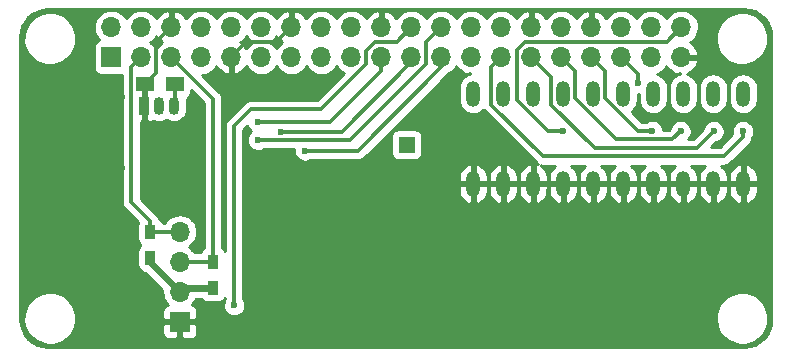
<source format=gbl>
%TF.GenerationSoftware,KiCad,Pcbnew,no-vcs-found-835c19f~60~ubuntu16.04.1*%
%TF.CreationDate,2017-10-10T15:28:50+03:00*%
%TF.ProjectId,rpi_zero,7270695F7A65726F2E6B696361645F70,rev?*%
%TF.SameCoordinates,Original*%
%TF.FileFunction,Copper,L2,Bot,Signal*%
%TF.FilePolarity,Positive*%
%FSLAX46Y46*%
G04 Gerber Fmt 4.6, Leading zero omitted, Abs format (unit mm)*
G04 Created by KiCad (PCBNEW no-vcs-found-835c19f~60~ubuntu16.04.1) date Tue Oct 10 15:28:50 2017*
%MOMM*%
%LPD*%
G01*
G04 APERTURE LIST*
%TA.AperFunction,ComponentPad*%
%ADD10O,1.200000X2.200000*%
%TD*%
%TA.AperFunction,ComponentPad*%
%ADD11O,1.700000X1.700000*%
%TD*%
%TA.AperFunction,ComponentPad*%
%ADD12R,1.700000X1.700000*%
%TD*%
%TA.AperFunction,SMDPad,CuDef*%
%ADD13R,1.500000X1.250000*%
%TD*%
%TA.AperFunction,ComponentPad*%
%ADD14R,0.900000X1.500000*%
%TD*%
%TA.AperFunction,ComponentPad*%
%ADD15O,0.900000X1.500000*%
%TD*%
%TA.AperFunction,ComponentPad*%
%ADD16R,1.350000X1.350000*%
%TD*%
%TA.AperFunction,SMDPad,CuDef*%
%ADD17R,0.900000X1.200000*%
%TD*%
%TA.AperFunction,ViaPad*%
%ADD18C,0.450000*%
%TD*%
%TA.AperFunction,ViaPad*%
%ADD19C,0.600000*%
%TD*%
%TA.AperFunction,Conductor*%
%ADD20C,0.300000*%
%TD*%
%TA.AperFunction,Conductor*%
%ADD21C,0.600000*%
%TD*%
%TA.AperFunction,Conductor*%
%ADD22C,0.350000*%
%TD*%
%TA.AperFunction,Conductor*%
%ADD23C,0.254000*%
%TD*%
G04 APERTURE END LIST*
D10*
%TO.P,BAR1,20*%
%TO.N,GND*%
X171411880Y-94979420D03*
%TO.P,BAR1,19*%
X168871880Y-94979420D03*
%TO.P,BAR1,18*%
X166331880Y-94979420D03*
%TO.P,BAR1,17*%
X163791880Y-94979420D03*
%TO.P,BAR1,9*%
%TO.N,Net-(BAR1-Pad9)*%
X151091880Y-87359420D03*
%TO.P,BAR1,10*%
%TO.N,Net-(BAR1-Pad10)*%
X148551880Y-87359420D03*
%TO.P,BAR1,11*%
%TO.N,GND*%
X148551880Y-94979420D03*
%TO.P,BAR1,12*%
X151091880Y-94979420D03*
%TO.P,BAR1,8*%
%TO.N,Net-(BAR1-Pad8)*%
X153631880Y-87359420D03*
%TO.P,BAR1,7*%
%TO.N,Net-(BAR1-Pad7)*%
X156171880Y-87359420D03*
%TO.P,BAR1,6*%
%TO.N,Net-(BAR1-Pad6)*%
X158711880Y-87359420D03*
%TO.P,BAR1,5*%
%TO.N,Net-(BAR1-Pad5)*%
X161251880Y-87359420D03*
%TO.P,BAR1,16*%
%TO.N,GND*%
X161251880Y-94979420D03*
%TO.P,BAR1,15*%
X158711880Y-94979420D03*
%TO.P,BAR1,14*%
X156171880Y-94979420D03*
%TO.P,BAR1,13*%
X153631880Y-94979420D03*
%TO.P,BAR1,4*%
%TO.N,Net-(BAR1-Pad4)*%
X163791880Y-87359420D03*
%TO.P,BAR1,3*%
%TO.N,Net-(BAR1-Pad3)*%
X166331880Y-87359420D03*
%TO.P,BAR1,2*%
%TO.N,Net-(BAR1-Pad2)*%
X168871880Y-87359420D03*
%TO.P,BAR1,1*%
%TO.N,Net-(BAR1-Pad1)*%
X171411880Y-87359420D03*
%TD*%
D11*
%TO.P,J1,40*%
%TO.N,Net-(J1-Pad40)*%
X166171880Y-81719420D03*
%TO.P,J1,39*%
%TO.N,GND*%
X166171880Y-84259420D03*
%TO.P,J1,38*%
%TO.N,Net-(J1-Pad38)*%
X163631880Y-81719420D03*
%TO.P,J1,37*%
%TO.N,Net-(J1-Pad37)*%
X163631880Y-84259420D03*
%TO.P,J1,36*%
%TO.N,Net-(J1-Pad36)*%
X161091880Y-81719420D03*
%TO.P,J1,35*%
%TO.N,Net-(J1-Pad35)*%
X161091880Y-84259420D03*
%TO.P,J1,34*%
%TO.N,GND*%
X158551880Y-81719420D03*
%TO.P,J1,33*%
%TO.N,Net-(J1-Pad33)*%
X158551880Y-84259420D03*
%TO.P,J1,32*%
%TO.N,N/C*%
X156011880Y-81719420D03*
%TO.P,J1,31*%
%TO.N,Net-(J1-Pad31)*%
X156011880Y-84259420D03*
%TO.P,J1,30*%
%TO.N,GND*%
X153471880Y-81719420D03*
%TO.P,J1,29*%
%TO.N,Net-(J1-Pad29)*%
X153471880Y-84259420D03*
%TO.P,J1,28*%
%TO.N,N/C*%
X150931880Y-81719420D03*
%TO.P,J1,27*%
%TO.N,Net-(J1-Pad27)*%
X150931880Y-84259420D03*
%TO.P,J1,26*%
%TO.N,N/C*%
X148391880Y-81719420D03*
%TO.P,J1,25*%
%TO.N,GND*%
X148391880Y-84259420D03*
%TO.P,J1,24*%
%TO.N,/RFM69_CS*%
X145851880Y-81719420D03*
%TO.P,J1,23*%
%TO.N,/RFM69_SCK*%
X145851880Y-84259420D03*
%TO.P,J1,22*%
%TO.N,/RFM69_CE*%
X143311880Y-81719420D03*
%TO.P,J1,21*%
%TO.N,/RFM69_MISO*%
X143311880Y-84259420D03*
%TO.P,J1,20*%
%TO.N,GND*%
X140771880Y-81719420D03*
%TO.P,J1,19*%
%TO.N,/RFM69_MOSI*%
X140771880Y-84259420D03*
%TO.P,J1,18*%
%TO.N,N/C*%
X138231880Y-81719420D03*
%TO.P,J1,17*%
X138231880Y-84259420D03*
%TO.P,J1,16*%
X135691880Y-81719420D03*
%TO.P,J1,15*%
X135691880Y-84259420D03*
%TO.P,J1,14*%
%TO.N,GND*%
X133151880Y-81719420D03*
%TO.P,J1,13*%
%TO.N,N/C*%
X133151880Y-84259420D03*
%TO.P,J1,12*%
X130611880Y-81719420D03*
%TO.P,J1,11*%
X130611880Y-84259420D03*
%TO.P,J1,10*%
X128071880Y-81719420D03*
%TO.P,J1,9*%
%TO.N,GND*%
X128071880Y-84259420D03*
%TO.P,J1,8*%
%TO.N,N/C*%
X125531880Y-81719420D03*
%TO.P,J1,7*%
%TO.N,Net-(J1-Pad7)*%
X125531880Y-84259420D03*
%TO.P,J1,6*%
%TO.N,GND*%
X122991880Y-81719420D03*
%TO.P,J1,5*%
%TO.N,/SSD_SCL*%
X122991880Y-84259420D03*
%TO.P,J1,4*%
%TO.N,+5V*%
X120451880Y-81719420D03*
%TO.P,J1,3*%
%TO.N,/SSD_SDA*%
X120451880Y-84259420D03*
%TO.P,J1,2*%
%TO.N,+5V*%
X117911880Y-81719420D03*
D12*
%TO.P,J1,1*%
%TO.N,N/C*%
X117911880Y-84259420D03*
%TD*%
D13*
%TO.P,C7,2*%
%TO.N,GND*%
X120761880Y-86559420D03*
%TO.P,C7,1*%
%TO.N,+3V3*%
X123261880Y-86559420D03*
%TD*%
D14*
%TO.P,U3,1*%
%TO.N,GND*%
X120711880Y-88359420D03*
D15*
%TO.P,U3,3*%
%TO.N,+3V3*%
X123251880Y-88359420D03*
%TO.P,U3,2*%
%TO.N,Net-(J1-Pad7)*%
X121981880Y-88359420D03*
%TD*%
D16*
%TO.P,J2,1*%
%TO.N,Net-(J2-Pad1)*%
X142911880Y-91659420D03*
%TD*%
D11*
%TO.P,J3,4*%
%TO.N,/SSD_SDA*%
X123711880Y-99039420D03*
%TO.P,J3,3*%
%TO.N,/SSD_SCL*%
X123711880Y-101579420D03*
%TO.P,J3,2*%
%TO.N,+3V3*%
X123711880Y-104119420D03*
D12*
%TO.P,J3,1*%
%TO.N,GND*%
X123711880Y-106659420D03*
%TD*%
D17*
%TO.P,R12,2*%
%TO.N,+3V3*%
X121211880Y-101259420D03*
%TO.P,R12,1*%
%TO.N,/SSD_SDA*%
X121211880Y-99059420D03*
%TD*%
%TO.P,R13,1*%
%TO.N,/SSD_SCL*%
X126511880Y-101559420D03*
%TO.P,R13,2*%
%TO.N,+3V3*%
X126511880Y-103759420D03*
%TD*%
D18*
%TO.N,GND*%
%TO.C,V5_2*%
X114916166Y-81603420D03*
%TD*%
%TO.N,GND*%
%TO.C,V32_2*%
X168916166Y-81603420D03*
%TD*%
%TO.N,GND*%
%TO.C,V32_3*%
X168916166Y-83603420D03*
%TD*%
%TO.N,GND*%
%TO.C,V3_4*%
X110916166Y-85603420D03*
%TD*%
%TO.N,GND*%
%TO.C,V4_4*%
X112916166Y-85603420D03*
%TD*%
%TO.N,GND*%
%TO.C,V32_4*%
X168916166Y-85603420D03*
%TD*%
%TO.N,GND*%
%TO.C,V33_4*%
X170916166Y-85603420D03*
%TD*%
%TO.N,GND*%
%TO.C,V34_4*%
X172916166Y-85603420D03*
%TD*%
%TO.N,GND*%
%TO.C,V3_5*%
X110916166Y-87603420D03*
%TD*%
%TO.N,GND*%
%TO.C,V6_5*%
X116916166Y-87603420D03*
%TD*%
%TO.N,GND*%
%TO.C,V7_5*%
X118916166Y-87603420D03*
%TD*%
%TO.N,GND*%
%TO.C,V21_5*%
X146916166Y-87603420D03*
%TD*%
%TO.N,GND*%
%TO.C,V10_6*%
X124916166Y-89603420D03*
%TD*%
%TO.N,GND*%
%TO.C,V20_6*%
X144916166Y-89603420D03*
%TD*%
%TO.N,GND*%
%TO.C,V21_6*%
X146916166Y-89603420D03*
%TD*%
%TO.N,GND*%
%TO.C,V30_6*%
X164916166Y-89603420D03*
%TD*%
%TO.N,GND*%
%TO.C,V34_6*%
X172916166Y-89603420D03*
%TD*%
%TO.N,GND*%
%TO.C,V10_7*%
X124916166Y-91603420D03*
%TD*%
%TO.N,GND*%
%TO.C,V20_7*%
X144916166Y-91603420D03*
%TD*%
%TO.N,GND*%
%TO.C,V34_7*%
X172916166Y-91603420D03*
%TD*%
%TO.N,GND*%
%TO.C,V4_8*%
X112916166Y-93603420D03*
%TD*%
%TO.N,GND*%
%TO.C,V5_8*%
X114916166Y-93603420D03*
%TD*%
%TO.N,GND*%
%TO.C,V7_8*%
X118916166Y-93603420D03*
%TD*%
%TO.N,GND*%
%TO.C,V25_8*%
X154916166Y-93603420D03*
%TD*%
%TO.N,GND*%
%TO.C,V30_8*%
X164916166Y-93603420D03*
%TD*%
%TO.N,GND*%
%TO.C,V34_8*%
X172916166Y-93603420D03*
%TD*%
%TO.N,GND*%
%TO.C,V4_9*%
X112916166Y-95603420D03*
%TD*%
%TO.N,GND*%
%TO.C,V5_9*%
X114916166Y-95603420D03*
%TD*%
%TO.N,GND*%
%TO.C,V13_9*%
X130916166Y-95603420D03*
%TD*%
%TO.N,GND*%
%TO.C,V14_9*%
X132916166Y-95603420D03*
%TD*%
%TO.N,GND*%
%TO.C,V15_9*%
X134916166Y-95603420D03*
%TD*%
%TO.N,GND*%
%TO.C,V16_9*%
X136916166Y-95603420D03*
%TD*%
%TO.N,GND*%
%TO.C,V17_9*%
X138916166Y-95603420D03*
%TD*%
%TO.N,GND*%
%TO.C,V19_9*%
X142916166Y-95603420D03*
%TD*%
%TO.N,GND*%
%TO.C,V20_9*%
X144916166Y-95603420D03*
%TD*%
%TO.N,GND*%
%TO.C,V21_9*%
X146916166Y-95603420D03*
%TD*%
%TO.N,GND*%
%TO.C,V25_9*%
X154916166Y-95603420D03*
%TD*%
%TO.N,GND*%
%TO.C,V34_9*%
X172916166Y-95603420D03*
%TD*%
%TO.N,GND*%
%TO.C,V4_10*%
X112916166Y-97603420D03*
%TD*%
%TO.N,GND*%
%TO.C,V5_10*%
X114916166Y-97603420D03*
%TD*%
%TO.N,GND*%
%TO.C,V7_10*%
X118916166Y-97603420D03*
%TD*%
%TO.N,GND*%
%TO.C,V13_10*%
X130916166Y-97603420D03*
%TD*%
%TO.N,GND*%
%TO.C,V14_10*%
X132916166Y-97603420D03*
%TD*%
%TO.N,GND*%
%TO.C,V15_10*%
X134916166Y-97603420D03*
%TD*%
%TO.N,GND*%
%TO.C,V16_10*%
X136916166Y-97603420D03*
%TD*%
%TO.N,GND*%
%TO.C,V17_10*%
X138916166Y-97603420D03*
%TD*%
%TO.N,GND*%
%TO.C,V19_10*%
X142916166Y-97603420D03*
%TD*%
%TO.N,GND*%
%TO.C,V20_10*%
X144916166Y-97603420D03*
%TD*%
%TO.N,GND*%
%TO.C,V21_10*%
X146916166Y-97603420D03*
%TD*%
%TO.N,GND*%
%TO.C,V22_10*%
X148916166Y-97603420D03*
%TD*%
%TO.N,GND*%
%TO.C,V23_10*%
X150916166Y-97603420D03*
%TD*%
%TO.N,GND*%
%TO.C,V24_10*%
X152916166Y-97603420D03*
%TD*%
%TO.N,GND*%
%TO.C,V25_10*%
X154916166Y-97603420D03*
%TD*%
%TO.N,GND*%
%TO.C,V26_10*%
X156916166Y-97603420D03*
%TD*%
%TO.N,GND*%
%TO.C,V27_10*%
X158916166Y-97603420D03*
%TD*%
%TO.N,GND*%
%TO.C,V28_10*%
X160916166Y-97603420D03*
%TD*%
%TO.N,GND*%
%TO.C,V29_10*%
X162916166Y-97603420D03*
%TD*%
%TO.N,GND*%
%TO.C,V30_10*%
X164916166Y-97603420D03*
%TD*%
%TO.N,GND*%
%TO.C,V31_10*%
X166916166Y-97603420D03*
%TD*%
%TO.N,GND*%
%TO.C,V32_10*%
X168916166Y-97603420D03*
%TD*%
%TO.N,GND*%
%TO.C,V33_10*%
X170916166Y-97603420D03*
%TD*%
%TO.N,GND*%
%TO.C,V34_10*%
X172916166Y-97603420D03*
%TD*%
%TO.N,GND*%
%TO.C,V3_11*%
X110916166Y-99603420D03*
%TD*%
%TO.N,GND*%
%TO.C,V4_11*%
X112916166Y-99603420D03*
%TD*%
%TO.N,GND*%
%TO.C,V5_11*%
X114916166Y-99603420D03*
%TD*%
%TO.N,GND*%
%TO.C,V6_11*%
X116916166Y-99603420D03*
%TD*%
%TO.N,GND*%
%TO.C,V7_11*%
X118916166Y-99603420D03*
%TD*%
%TO.N,GND*%
%TO.C,V13_11*%
X130916166Y-99603420D03*
%TD*%
%TO.N,GND*%
%TO.C,V14_11*%
X132916166Y-99603420D03*
%TD*%
%TO.N,GND*%
%TO.C,V15_11*%
X134916166Y-99603420D03*
%TD*%
%TO.N,GND*%
%TO.C,V16_11*%
X136916166Y-99603420D03*
%TD*%
%TO.N,GND*%
%TO.C,V17_11*%
X138916166Y-99603420D03*
%TD*%
%TO.N,GND*%
%TO.C,V19_11*%
X142916166Y-99603420D03*
%TD*%
%TO.N,GND*%
%TO.C,V20_11*%
X144916166Y-99603420D03*
%TD*%
%TO.N,GND*%
%TO.C,V21_11*%
X146916166Y-99603420D03*
%TD*%
%TO.N,GND*%
%TO.C,V22_11*%
X148916166Y-99603420D03*
%TD*%
%TO.N,GND*%
%TO.C,V23_11*%
X150916166Y-99603420D03*
%TD*%
%TO.N,GND*%
%TO.C,V24_11*%
X152916166Y-99603420D03*
%TD*%
%TO.N,GND*%
%TO.C,V25_11*%
X154916166Y-99603420D03*
%TD*%
%TO.N,GND*%
%TO.C,V26_11*%
X156916166Y-99603420D03*
%TD*%
%TO.N,GND*%
%TO.C,V27_11*%
X158916166Y-99603420D03*
%TD*%
%TO.N,GND*%
%TO.C,V28_11*%
X160916166Y-99603420D03*
%TD*%
%TO.N,GND*%
%TO.C,V29_11*%
X162916166Y-99603420D03*
%TD*%
%TO.N,GND*%
%TO.C,V30_11*%
X164916166Y-99603420D03*
%TD*%
%TO.N,GND*%
%TO.C,V31_11*%
X166916166Y-99603420D03*
%TD*%
%TO.N,GND*%
%TO.C,V32_11*%
X168916166Y-99603420D03*
%TD*%
%TO.N,GND*%
%TO.C,V33_11*%
X170916166Y-99603420D03*
%TD*%
%TO.N,GND*%
%TO.C,V34_11*%
X172916166Y-99603420D03*
%TD*%
%TO.N,GND*%
%TO.C,V3_12*%
X110916166Y-101603420D03*
%TD*%
%TO.N,GND*%
%TO.C,V4_12*%
X112916166Y-101603420D03*
%TD*%
%TO.N,GND*%
%TO.C,V5_12*%
X114916166Y-101603420D03*
%TD*%
%TO.N,GND*%
%TO.C,V6_12*%
X116916166Y-101603420D03*
%TD*%
%TO.N,GND*%
%TO.C,V7_12*%
X118916166Y-101603420D03*
%TD*%
%TO.N,GND*%
%TO.C,V13_12*%
X130916166Y-101603420D03*
%TD*%
%TO.N,GND*%
%TO.C,V14_12*%
X132916166Y-101603420D03*
%TD*%
%TO.N,GND*%
%TO.C,V15_12*%
X134916166Y-101603420D03*
%TD*%
%TO.N,GND*%
%TO.C,V16_12*%
X136916166Y-101603420D03*
%TD*%
%TO.N,GND*%
%TO.C,V17_12*%
X138916166Y-101603420D03*
%TD*%
%TO.N,GND*%
%TO.C,V21_12*%
X146916166Y-101603420D03*
%TD*%
%TO.N,GND*%
%TO.C,V22_12*%
X148916166Y-101603420D03*
%TD*%
%TO.N,GND*%
%TO.C,V23_12*%
X150916166Y-101603420D03*
%TD*%
%TO.N,GND*%
%TO.C,V24_12*%
X152916166Y-101603420D03*
%TD*%
%TO.N,GND*%
%TO.C,V25_12*%
X154916166Y-101603420D03*
%TD*%
%TO.N,GND*%
%TO.C,V26_12*%
X156916166Y-101603420D03*
%TD*%
%TO.N,GND*%
%TO.C,V27_12*%
X158916166Y-101603420D03*
%TD*%
%TO.N,GND*%
%TO.C,V28_12*%
X160916166Y-101603420D03*
%TD*%
%TO.N,GND*%
%TO.C,V29_12*%
X162916166Y-101603420D03*
%TD*%
%TO.N,GND*%
%TO.C,V30_12*%
X164916166Y-101603420D03*
%TD*%
%TO.N,GND*%
%TO.C,V31_12*%
X166916166Y-101603420D03*
%TD*%
%TO.N,GND*%
%TO.C,V32_12*%
X168916166Y-101603420D03*
%TD*%
%TO.N,GND*%
%TO.C,V33_12*%
X170916166Y-101603420D03*
%TD*%
%TO.N,GND*%
%TO.C,V34_12*%
X172916166Y-101603420D03*
%TD*%
%TO.N,GND*%
%TO.C,V3_13*%
X110916166Y-103603420D03*
%TD*%
%TO.N,GND*%
%TO.C,V4_13*%
X112916166Y-103603420D03*
%TD*%
%TO.N,GND*%
%TO.C,V5_13*%
X114916166Y-103603420D03*
%TD*%
%TO.N,GND*%
%TO.C,V6_13*%
X116916166Y-103603420D03*
%TD*%
%TO.N,GND*%
%TO.C,V7_13*%
X118916166Y-103603420D03*
%TD*%
%TO.N,GND*%
%TO.C,V8_13*%
X120916166Y-103603420D03*
%TD*%
%TO.N,GND*%
%TO.C,V13_13*%
X130916166Y-103603420D03*
%TD*%
%TO.N,GND*%
%TO.C,V14_13*%
X132916166Y-103603420D03*
%TD*%
%TO.N,GND*%
%TO.C,V15_13*%
X134916166Y-103603420D03*
%TD*%
%TO.N,GND*%
%TO.C,V16_13*%
X136916166Y-103603420D03*
%TD*%
%TO.N,GND*%
%TO.C,V17_13*%
X138916166Y-103603420D03*
%TD*%
%TO.N,GND*%
%TO.C,V22_13*%
X148916166Y-103603420D03*
%TD*%
%TO.N,GND*%
%TO.C,V23_13*%
X150916166Y-103603420D03*
%TD*%
%TO.N,GND*%
%TO.C,V24_13*%
X152916166Y-103603420D03*
%TD*%
%TO.N,GND*%
%TO.C,V25_13*%
X154916166Y-103603420D03*
%TD*%
%TO.N,GND*%
%TO.C,V26_13*%
X156916166Y-103603420D03*
%TD*%
%TO.N,GND*%
%TO.C,V27_13*%
X158916166Y-103603420D03*
%TD*%
%TO.N,GND*%
%TO.C,V28_13*%
X160916166Y-103603420D03*
%TD*%
%TO.N,GND*%
%TO.C,V29_13*%
X162916166Y-103603420D03*
%TD*%
%TO.N,GND*%
%TO.C,V30_13*%
X164916166Y-103603420D03*
%TD*%
%TO.N,GND*%
%TO.C,V31_13*%
X166916166Y-103603420D03*
%TD*%
%TO.N,GND*%
%TO.C,V32_13*%
X168916166Y-103603420D03*
%TD*%
%TO.N,GND*%
%TO.C,V33_13*%
X170916166Y-103603420D03*
%TD*%
%TO.N,GND*%
%TO.C,V34_13*%
X172916166Y-103603420D03*
%TD*%
%TO.N,GND*%
%TO.C,V6_14*%
X116916166Y-105603420D03*
%TD*%
%TO.N,GND*%
%TO.C,V7_14*%
X118916166Y-105603420D03*
%TD*%
%TO.N,GND*%
%TO.C,V8_14*%
X120916166Y-105603420D03*
%TD*%
%TO.N,GND*%
%TO.C,V22_14*%
X148916166Y-105603420D03*
%TD*%
%TO.N,GND*%
%TO.C,V23_14*%
X150916166Y-105603420D03*
%TD*%
%TO.N,GND*%
%TO.C,V24_14*%
X152916166Y-105603420D03*
%TD*%
%TO.N,GND*%
%TO.C,V25_14*%
X154916166Y-105603420D03*
%TD*%
%TO.N,GND*%
%TO.C,V26_14*%
X156916166Y-105603420D03*
%TD*%
%TO.N,GND*%
%TO.C,V27_14*%
X158916166Y-105603420D03*
%TD*%
%TO.N,GND*%
%TO.C,V28_14*%
X160916166Y-105603420D03*
%TD*%
%TO.N,GND*%
%TO.C,V29_14*%
X162916166Y-105603420D03*
%TD*%
%TO.N,GND*%
%TO.C,V30_14*%
X164916166Y-105603420D03*
%TD*%
%TO.N,GND*%
%TO.C,V31_14*%
X166916166Y-105603420D03*
%TD*%
%TO.N,GND*%
%TO.C,V32_14*%
X168916166Y-105603420D03*
%TD*%
%TO.N,GND*%
%TO.C,V6_15*%
X116916166Y-107603420D03*
%TD*%
%TO.N,GND*%
%TO.C,V7_15*%
X118916166Y-107603420D03*
%TD*%
%TO.N,GND*%
%TO.C,V8_15*%
X120916166Y-107603420D03*
%TD*%
%TO.N,GND*%
%TO.C,V22_15*%
X148916166Y-107603420D03*
%TD*%
%TO.N,GND*%
%TO.C,V23_15*%
X150916166Y-107603420D03*
%TD*%
%TO.N,GND*%
%TO.C,V24_15*%
X152916166Y-107603420D03*
%TD*%
%TO.N,GND*%
%TO.C,V25_15*%
X154916166Y-107603420D03*
%TD*%
%TO.N,GND*%
%TO.C,V26_15*%
X156916166Y-107603420D03*
%TD*%
%TO.N,GND*%
%TO.C,V27_15*%
X158916166Y-107603420D03*
%TD*%
%TO.N,GND*%
%TO.C,V28_15*%
X160916166Y-107603420D03*
%TD*%
%TO.N,GND*%
%TO.C,V29_15*%
X162916166Y-107603420D03*
%TD*%
%TO.N,GND*%
%TO.C,V30_15*%
X164916166Y-107603420D03*
%TD*%
%TO.N,GND*%
%TO.C,V31_15*%
X166916166Y-107603420D03*
%TD*%
%TO.N,GND*%
%TO.C,V32_15*%
X168916166Y-107603420D03*
%TD*%
D19*
%TO.N,/RFM69_CS*%
X130311880Y-91259420D03*
%TO.N,/RFM69_SCK*%
X134311880Y-92159420D03*
%TO.N,/RFM69_CE*%
X128311880Y-105259420D03*
%TO.N,/RFM69_MISO*%
X132311880Y-90559420D03*
%TO.N,/RFM69_MOSI*%
X130311880Y-89759434D03*
%TO.N,Net-(J1-Pad40)*%
X156111880Y-90509464D03*
%TO.N,Net-(J1-Pad35)*%
X162511880Y-86459420D03*
%TO.N,Net-(J1-Pad33)*%
X163711880Y-90509464D03*
%TO.N,Net-(J1-Pad31)*%
X166111880Y-90509422D03*
%TO.N,Net-(J1-Pad29)*%
X168911880Y-90509460D03*
%TO.N,Net-(J1-Pad27)*%
X171395623Y-90509432D03*
%TD*%
D20*
%TO.N,GND*%
X128071880Y-84259420D02*
X129321881Y-83009419D01*
X129321881Y-83009419D02*
X131861881Y-83009419D01*
X131861881Y-83009419D02*
X133151880Y-81719420D01*
X120761880Y-86559420D02*
X121701881Y-85619419D01*
X121701881Y-85619419D02*
X121701881Y-83009419D01*
X121701881Y-83009419D02*
X122991880Y-81719420D01*
D21*
%TO.N,+3V3*%
X121211880Y-101259420D02*
X121211880Y-101619420D01*
X121211880Y-101619420D02*
X123711880Y-104119420D01*
X126511880Y-103759420D02*
X124071880Y-103759420D01*
X124071880Y-103759420D02*
X123711880Y-104119420D01*
D20*
X123261880Y-86559420D02*
X123261880Y-88349420D01*
X123261880Y-88349420D02*
X123251880Y-88359420D01*
%TO.N,/RFM69_CS*%
X138161882Y-91259420D02*
X130311880Y-91259420D01*
X145851880Y-81719420D02*
X144561881Y-83009419D01*
X144561881Y-83009419D02*
X144561881Y-84859421D01*
X144561881Y-84859421D02*
X138161882Y-91259420D01*
D22*
%TO.N,/RFM69_SCK*%
X145851880Y-84259420D02*
X145851880Y-85119420D01*
X145851880Y-85119420D02*
X138811880Y-92159420D01*
X138811880Y-92159420D02*
X134311880Y-92159420D01*
D20*
%TO.N,/RFM69_CE*%
X143311880Y-81719420D02*
X142061879Y-82969421D01*
X142061879Y-82969421D02*
X140211877Y-82969421D01*
X140211877Y-82969421D02*
X139481881Y-83699417D01*
X139481881Y-83699417D02*
X139481881Y-84859421D01*
X139481881Y-84859421D02*
X135681882Y-88659420D01*
X135681882Y-88659420D02*
X129711880Y-88659420D01*
X129711880Y-88659420D02*
X128311880Y-90059420D01*
X128311880Y-90059420D02*
X128311880Y-105259420D01*
D22*
%TO.N,/RFM69_MISO*%
X143311880Y-84259420D02*
X143311880Y-84659420D01*
X143311880Y-84659420D02*
X137411880Y-90559420D01*
X137411880Y-90559420D02*
X132311880Y-90559420D01*
%TO.N,/RFM69_MOSI*%
X140771880Y-84259420D02*
X140771880Y-85399420D01*
X140771880Y-85399420D02*
X136411866Y-89759434D01*
X136411866Y-89759434D02*
X130311880Y-89759434D01*
X130311894Y-89759420D02*
X130311880Y-89759434D01*
X130711880Y-89759420D02*
X130311894Y-89759420D01*
D20*
%TO.N,Net-(J1-Pad40)*%
X154867697Y-90509464D02*
X156111880Y-90509464D01*
X152221879Y-87863646D02*
X154867697Y-90509464D01*
X152911877Y-82969421D02*
X152221879Y-83659419D01*
X166171880Y-81719420D02*
X164921879Y-82969421D01*
X152221879Y-83659419D02*
X152221879Y-87863646D01*
X164921879Y-82969421D02*
X152911877Y-82969421D01*
X156111880Y-90459420D02*
X156111880Y-90509464D01*
%TO.N,Net-(J1-Pad35)*%
X162511880Y-86459420D02*
X162511880Y-85679420D01*
X162511880Y-85679420D02*
X161091880Y-84259420D01*
%TO.N,Net-(J1-Pad33)*%
X162487697Y-90509464D02*
X163711880Y-90509464D01*
X159711890Y-85419430D02*
X159711890Y-87733657D01*
X158551880Y-84259420D02*
X159711890Y-85419430D01*
X159711890Y-87733657D02*
X162487697Y-90509464D01*
%TO.N,Net-(J1-Pad31)*%
X156011880Y-84259420D02*
X157171890Y-85419430D01*
X157171890Y-85419430D02*
X157171890Y-87733657D01*
X157171890Y-87733657D02*
X160647731Y-91209498D01*
X160647731Y-91209498D02*
X165411804Y-91209498D01*
X165411804Y-91209498D02*
X166111880Y-90509422D01*
X166111880Y-90459420D02*
X166111880Y-90509422D01*
%TO.N,Net-(J1-Pad29)*%
X167461921Y-91959419D02*
X168911880Y-90509460D01*
X158857652Y-91959419D02*
X167461921Y-91959419D01*
X155171870Y-88273637D02*
X158857652Y-91959419D01*
X155171870Y-85959410D02*
X155171870Y-88273637D01*
X153471880Y-84259420D02*
X155171870Y-85959410D01*
%TO.N,Net-(J1-Pad27)*%
X171395623Y-91011681D02*
X171395623Y-90509432D01*
X150081881Y-85109419D02*
X150081881Y-88263648D01*
X154477653Y-92659420D02*
X169747884Y-92659420D01*
X150081881Y-88263648D02*
X154477653Y-92659420D01*
X169747884Y-92659420D02*
X171395623Y-91011681D01*
X150931880Y-84259420D02*
X150081881Y-85109419D01*
X171345611Y-90459420D02*
X171395623Y-90509432D01*
X171311880Y-90459420D02*
X171345611Y-90459420D01*
%TO.N,/SSD_SCL*%
X126511880Y-101559420D02*
X126511880Y-87779420D01*
X126511880Y-87779420D02*
X122991880Y-84259420D01*
X126511880Y-101559420D02*
X123731880Y-101559420D01*
X123731880Y-101559420D02*
X123711880Y-101579420D01*
%TO.N,/SSD_SDA*%
X120451880Y-84259420D02*
X119601881Y-85109419D01*
X119601881Y-85109419D02*
X119601881Y-96549421D01*
X119601881Y-96549421D02*
X121211880Y-98159420D01*
X121211880Y-98159420D02*
X121211880Y-99059420D01*
X123711880Y-99039420D02*
X121231880Y-99039420D01*
X121231880Y-99039420D02*
X121211880Y-99059420D01*
%TD*%
D23*
%TO.N,GND*%
G36*
X171944134Y-80256953D02*
X172371355Y-80385938D01*
X172765384Y-80595446D01*
X173111214Y-80877499D01*
X173395673Y-81221351D01*
X173607929Y-81613910D01*
X173739892Y-82040213D01*
X173790000Y-82516964D01*
X173790000Y-106465279D01*
X173743048Y-106944133D01*
X173614063Y-107371353D01*
X173404554Y-107765384D01*
X173122501Y-108111214D01*
X172778651Y-108395672D01*
X172386093Y-108607927D01*
X171959788Y-108739891D01*
X171483036Y-108790000D01*
X112534721Y-108790000D01*
X112055867Y-108743048D01*
X111628647Y-108614063D01*
X111234616Y-108404554D01*
X110888786Y-108122501D01*
X110604328Y-107778651D01*
X110392073Y-107386093D01*
X110260109Y-106959788D01*
X110216760Y-106547345D01*
X110473942Y-106547345D01*
X110553065Y-106978450D01*
X110714416Y-107385977D01*
X110951850Y-107754402D01*
X111256323Y-108069693D01*
X111616238Y-108319841D01*
X112017885Y-108495316D01*
X112445967Y-108589436D01*
X112884177Y-108598615D01*
X113315824Y-108522504D01*
X113724467Y-108364002D01*
X114094541Y-108129146D01*
X114411950Y-107826881D01*
X114664604Y-107468722D01*
X114842879Y-107068309D01*
X114870855Y-106945170D01*
X122226880Y-106945170D01*
X122226880Y-107571962D01*
X122251283Y-107694643D01*
X122299150Y-107810205D01*
X122368643Y-107914209D01*
X122457091Y-108002657D01*
X122561095Y-108072150D01*
X122676657Y-108120017D01*
X122799338Y-108144420D01*
X123426130Y-108144420D01*
X123584880Y-107985670D01*
X123584880Y-106786420D01*
X123838880Y-106786420D01*
X123838880Y-107985670D01*
X123997630Y-108144420D01*
X124624422Y-108144420D01*
X124747103Y-108120017D01*
X124862665Y-108072150D01*
X124966669Y-108002657D01*
X125055117Y-107914209D01*
X125124610Y-107810205D01*
X125172477Y-107694643D01*
X125196880Y-107571962D01*
X125196880Y-106945170D01*
X125038130Y-106786420D01*
X123838880Y-106786420D01*
X123584880Y-106786420D01*
X122385630Y-106786420D01*
X122226880Y-106945170D01*
X114870855Y-106945170D01*
X114939985Y-106640895D01*
X114941291Y-106547345D01*
X169073942Y-106547345D01*
X169153065Y-106978450D01*
X169314416Y-107385977D01*
X169551850Y-107754402D01*
X169856323Y-108069693D01*
X170216238Y-108319841D01*
X170617885Y-108495316D01*
X171045967Y-108589436D01*
X171484177Y-108598615D01*
X171915824Y-108522504D01*
X172324467Y-108364002D01*
X172694541Y-108129146D01*
X173011950Y-107826881D01*
X173264604Y-107468722D01*
X173442879Y-107068309D01*
X173539985Y-106640895D01*
X173546976Y-106140267D01*
X173461842Y-105710308D01*
X173294816Y-105305074D01*
X173052261Y-104940000D01*
X172743416Y-104628991D01*
X172380044Y-104383893D01*
X171975985Y-104214042D01*
X171546631Y-104125909D01*
X171108336Y-104122849D01*
X170677794Y-104204979D01*
X170271403Y-104369172D01*
X169904644Y-104609172D01*
X169591487Y-104915839D01*
X169343858Y-105277491D01*
X169171191Y-105680353D01*
X169080062Y-106109082D01*
X169073942Y-106547345D01*
X114941291Y-106547345D01*
X114946976Y-106140267D01*
X114861842Y-105710308D01*
X114694816Y-105305074D01*
X114452261Y-104940000D01*
X114143416Y-104628991D01*
X113780044Y-104383893D01*
X113375985Y-104214042D01*
X112946631Y-104125909D01*
X112508336Y-104122849D01*
X112077794Y-104204979D01*
X111671403Y-104369172D01*
X111304644Y-104609172D01*
X110991487Y-104915839D01*
X110743858Y-105277491D01*
X110571191Y-105680353D01*
X110480062Y-106109082D01*
X110473942Y-106547345D01*
X110216760Y-106547345D01*
X110210000Y-106483036D01*
X110210000Y-82847345D01*
X110473942Y-82847345D01*
X110553065Y-83278450D01*
X110714416Y-83685977D01*
X110951850Y-84054402D01*
X111256323Y-84369693D01*
X111616238Y-84619841D01*
X112017885Y-84795316D01*
X112445967Y-84889436D01*
X112884177Y-84898615D01*
X113315824Y-84822504D01*
X113724467Y-84664002D01*
X114094541Y-84429146D01*
X114411950Y-84126881D01*
X114664604Y-83768722D01*
X114824575Y-83409420D01*
X116423808Y-83409420D01*
X116423808Y-85109420D01*
X116436068Y-85233902D01*
X116472378Y-85353600D01*
X116531343Y-85463914D01*
X116610695Y-85560605D01*
X116707386Y-85639957D01*
X116817700Y-85698922D01*
X116937398Y-85735232D01*
X117061880Y-85747492D01*
X118761880Y-85747492D01*
X118816881Y-85742075D01*
X118816881Y-96549421D01*
X118823959Y-96621604D01*
X118830277Y-96693823D01*
X118831428Y-96697785D01*
X118831831Y-96701895D01*
X118852802Y-96771356D01*
X118873020Y-96840945D01*
X118874918Y-96844607D01*
X118876112Y-96848561D01*
X118910141Y-96912559D01*
X118943524Y-96976963D01*
X118946103Y-96980193D01*
X118948038Y-96983833D01*
X118993871Y-97040030D01*
X119039107Y-97096695D01*
X119044771Y-97102439D01*
X119044868Y-97102559D01*
X119044978Y-97102650D01*
X119046802Y-97104500D01*
X120168925Y-98226623D01*
X120136068Y-98334938D01*
X120123808Y-98459420D01*
X120123808Y-99659420D01*
X120136068Y-99783902D01*
X120172378Y-99903600D01*
X120231343Y-100013914D01*
X120310695Y-100110605D01*
X120370176Y-100159420D01*
X120310695Y-100208235D01*
X120231343Y-100304926D01*
X120172378Y-100415240D01*
X120136068Y-100534938D01*
X120123808Y-100659420D01*
X120123808Y-101859420D01*
X120136068Y-101983902D01*
X120172378Y-102103600D01*
X120231343Y-102213914D01*
X120310695Y-102310605D01*
X120407386Y-102389957D01*
X120517700Y-102448922D01*
X120637398Y-102485232D01*
X120761880Y-102497492D01*
X120767662Y-102497492D01*
X122234900Y-103964730D01*
X122219731Y-104109053D01*
X122245998Y-104397681D01*
X122327827Y-104675711D01*
X122462100Y-104932551D01*
X122643703Y-105158420D01*
X122688941Y-105196379D01*
X122676657Y-105198823D01*
X122561095Y-105246690D01*
X122457091Y-105316183D01*
X122368643Y-105404631D01*
X122299150Y-105508635D01*
X122251283Y-105624197D01*
X122226880Y-105746878D01*
X122226880Y-106373670D01*
X122385630Y-106532420D01*
X123584880Y-106532420D01*
X123584880Y-106512420D01*
X123838880Y-106512420D01*
X123838880Y-106532420D01*
X125038130Y-106532420D01*
X125196880Y-106373670D01*
X125196880Y-105746878D01*
X125172477Y-105624197D01*
X125124610Y-105508635D01*
X125055117Y-105404631D01*
X124966669Y-105316183D01*
X124862665Y-105246690D01*
X124747103Y-105198823D01*
X124736527Y-105196719D01*
X124765447Y-105173133D01*
X124950186Y-104949821D01*
X125088032Y-104694881D01*
X125088175Y-104694420D01*
X125520923Y-104694420D01*
X125531343Y-104713914D01*
X125610695Y-104810605D01*
X125707386Y-104889957D01*
X125817700Y-104948922D01*
X125937398Y-104985232D01*
X126061880Y-104997492D01*
X126961880Y-104997492D01*
X127086362Y-104985232D01*
X127206060Y-104948922D01*
X127316374Y-104889957D01*
X127413065Y-104810605D01*
X127492417Y-104713914D01*
X127526880Y-104649439D01*
X127526880Y-104750849D01*
X127488569Y-104806801D01*
X127416334Y-104975336D01*
X127378211Y-105154692D01*
X127375651Y-105338037D01*
X127408752Y-105518388D01*
X127476252Y-105688874D01*
X127575581Y-105843003D01*
X127702956Y-105974904D01*
X127853524Y-106079551D01*
X128021551Y-106152960D01*
X128200637Y-106192335D01*
X128383959Y-106196175D01*
X128564537Y-106164334D01*
X128735490Y-106098026D01*
X128890309Y-105999775D01*
X129023095Y-105873324D01*
X129128791Y-105723490D01*
X129203372Y-105555980D01*
X129243996Y-105377174D01*
X129246920Y-105167739D01*
X129211305Y-104987868D01*
X129141430Y-104818340D01*
X129096880Y-104751286D01*
X129096880Y-95106420D01*
X147316880Y-95106420D01*
X147316880Y-95606420D01*
X147365387Y-95844916D01*
X147459490Y-96069366D01*
X147595573Y-96271145D01*
X147768406Y-96442498D01*
X147971347Y-96576841D01*
X148196598Y-96669011D01*
X148234271Y-96672882D01*
X148424880Y-96548151D01*
X148424880Y-95106420D01*
X148678880Y-95106420D01*
X148678880Y-96548151D01*
X148869489Y-96672882D01*
X148907162Y-96669011D01*
X149132413Y-96576841D01*
X149335354Y-96442498D01*
X149508187Y-96271145D01*
X149644270Y-96069366D01*
X149738373Y-95844916D01*
X149786880Y-95606420D01*
X149786880Y-95106420D01*
X149856880Y-95106420D01*
X149856880Y-95606420D01*
X149905387Y-95844916D01*
X149999490Y-96069366D01*
X150135573Y-96271145D01*
X150308406Y-96442498D01*
X150511347Y-96576841D01*
X150736598Y-96669011D01*
X150774271Y-96672882D01*
X150964880Y-96548151D01*
X150964880Y-95106420D01*
X151218880Y-95106420D01*
X151218880Y-96548151D01*
X151409489Y-96672882D01*
X151447162Y-96669011D01*
X151672413Y-96576841D01*
X151875354Y-96442498D01*
X152048187Y-96271145D01*
X152184270Y-96069366D01*
X152278373Y-95844916D01*
X152326880Y-95606420D01*
X152326880Y-95106420D01*
X152396880Y-95106420D01*
X152396880Y-95606420D01*
X152445387Y-95844916D01*
X152539490Y-96069366D01*
X152675573Y-96271145D01*
X152848406Y-96442498D01*
X153051347Y-96576841D01*
X153276598Y-96669011D01*
X153314271Y-96672882D01*
X153504880Y-96548151D01*
X153504880Y-95106420D01*
X153758880Y-95106420D01*
X153758880Y-96548151D01*
X153949489Y-96672882D01*
X153987162Y-96669011D01*
X154212413Y-96576841D01*
X154415354Y-96442498D01*
X154588187Y-96271145D01*
X154724270Y-96069366D01*
X154818373Y-95844916D01*
X154866880Y-95606420D01*
X154866880Y-95106420D01*
X154936880Y-95106420D01*
X154936880Y-95606420D01*
X154985387Y-95844916D01*
X155079490Y-96069366D01*
X155215573Y-96271145D01*
X155388406Y-96442498D01*
X155591347Y-96576841D01*
X155816598Y-96669011D01*
X155854271Y-96672882D01*
X156044880Y-96548151D01*
X156044880Y-95106420D01*
X156298880Y-95106420D01*
X156298880Y-96548151D01*
X156489489Y-96672882D01*
X156527162Y-96669011D01*
X156752413Y-96576841D01*
X156955354Y-96442498D01*
X157128187Y-96271145D01*
X157264270Y-96069366D01*
X157358373Y-95844916D01*
X157406880Y-95606420D01*
X157406880Y-95106420D01*
X157476880Y-95106420D01*
X157476880Y-95606420D01*
X157525387Y-95844916D01*
X157619490Y-96069366D01*
X157755573Y-96271145D01*
X157928406Y-96442498D01*
X158131347Y-96576841D01*
X158356598Y-96669011D01*
X158394271Y-96672882D01*
X158584880Y-96548151D01*
X158584880Y-95106420D01*
X158838880Y-95106420D01*
X158838880Y-96548151D01*
X159029489Y-96672882D01*
X159067162Y-96669011D01*
X159292413Y-96576841D01*
X159495354Y-96442498D01*
X159668187Y-96271145D01*
X159804270Y-96069366D01*
X159898373Y-95844916D01*
X159946880Y-95606420D01*
X159946880Y-95106420D01*
X160016880Y-95106420D01*
X160016880Y-95606420D01*
X160065387Y-95844916D01*
X160159490Y-96069366D01*
X160295573Y-96271145D01*
X160468406Y-96442498D01*
X160671347Y-96576841D01*
X160896598Y-96669011D01*
X160934271Y-96672882D01*
X161124880Y-96548151D01*
X161124880Y-95106420D01*
X161378880Y-95106420D01*
X161378880Y-96548151D01*
X161569489Y-96672882D01*
X161607162Y-96669011D01*
X161832413Y-96576841D01*
X162035354Y-96442498D01*
X162208187Y-96271145D01*
X162344270Y-96069366D01*
X162438373Y-95844916D01*
X162486880Y-95606420D01*
X162486880Y-95106420D01*
X162556880Y-95106420D01*
X162556880Y-95606420D01*
X162605387Y-95844916D01*
X162699490Y-96069366D01*
X162835573Y-96271145D01*
X163008406Y-96442498D01*
X163211347Y-96576841D01*
X163436598Y-96669011D01*
X163474271Y-96672882D01*
X163664880Y-96548151D01*
X163664880Y-95106420D01*
X163918880Y-95106420D01*
X163918880Y-96548151D01*
X164109489Y-96672882D01*
X164147162Y-96669011D01*
X164372413Y-96576841D01*
X164575354Y-96442498D01*
X164748187Y-96271145D01*
X164884270Y-96069366D01*
X164978373Y-95844916D01*
X165026880Y-95606420D01*
X165026880Y-95106420D01*
X165096880Y-95106420D01*
X165096880Y-95606420D01*
X165145387Y-95844916D01*
X165239490Y-96069366D01*
X165375573Y-96271145D01*
X165548406Y-96442498D01*
X165751347Y-96576841D01*
X165976598Y-96669011D01*
X166014271Y-96672882D01*
X166204880Y-96548151D01*
X166204880Y-95106420D01*
X166458880Y-95106420D01*
X166458880Y-96548151D01*
X166649489Y-96672882D01*
X166687162Y-96669011D01*
X166912413Y-96576841D01*
X167115354Y-96442498D01*
X167288187Y-96271145D01*
X167424270Y-96069366D01*
X167518373Y-95844916D01*
X167566880Y-95606420D01*
X167566880Y-95106420D01*
X167636880Y-95106420D01*
X167636880Y-95606420D01*
X167685387Y-95844916D01*
X167779490Y-96069366D01*
X167915573Y-96271145D01*
X168088406Y-96442498D01*
X168291347Y-96576841D01*
X168516598Y-96669011D01*
X168554271Y-96672882D01*
X168744880Y-96548151D01*
X168744880Y-95106420D01*
X168998880Y-95106420D01*
X168998880Y-96548151D01*
X169189489Y-96672882D01*
X169227162Y-96669011D01*
X169452413Y-96576841D01*
X169655354Y-96442498D01*
X169828187Y-96271145D01*
X169964270Y-96069366D01*
X170058373Y-95844916D01*
X170106880Y-95606420D01*
X170106880Y-95106420D01*
X170176880Y-95106420D01*
X170176880Y-95606420D01*
X170225387Y-95844916D01*
X170319490Y-96069366D01*
X170455573Y-96271145D01*
X170628406Y-96442498D01*
X170831347Y-96576841D01*
X171056598Y-96669011D01*
X171094271Y-96672882D01*
X171284880Y-96548151D01*
X171284880Y-95106420D01*
X171538880Y-95106420D01*
X171538880Y-96548151D01*
X171729489Y-96672882D01*
X171767162Y-96669011D01*
X171992413Y-96576841D01*
X172195354Y-96442498D01*
X172368187Y-96271145D01*
X172504270Y-96069366D01*
X172598373Y-95844916D01*
X172646880Y-95606420D01*
X172646880Y-95106420D01*
X171538880Y-95106420D01*
X171284880Y-95106420D01*
X170176880Y-95106420D01*
X170106880Y-95106420D01*
X168998880Y-95106420D01*
X168744880Y-95106420D01*
X167636880Y-95106420D01*
X167566880Y-95106420D01*
X166458880Y-95106420D01*
X166204880Y-95106420D01*
X165096880Y-95106420D01*
X165026880Y-95106420D01*
X163918880Y-95106420D01*
X163664880Y-95106420D01*
X162556880Y-95106420D01*
X162486880Y-95106420D01*
X161378880Y-95106420D01*
X161124880Y-95106420D01*
X160016880Y-95106420D01*
X159946880Y-95106420D01*
X158838880Y-95106420D01*
X158584880Y-95106420D01*
X157476880Y-95106420D01*
X157406880Y-95106420D01*
X156298880Y-95106420D01*
X156044880Y-95106420D01*
X154936880Y-95106420D01*
X154866880Y-95106420D01*
X153758880Y-95106420D01*
X153504880Y-95106420D01*
X152396880Y-95106420D01*
X152326880Y-95106420D01*
X151218880Y-95106420D01*
X150964880Y-95106420D01*
X149856880Y-95106420D01*
X149786880Y-95106420D01*
X148678880Y-95106420D01*
X148424880Y-95106420D01*
X147316880Y-95106420D01*
X129096880Y-95106420D01*
X129096880Y-94352420D01*
X147316880Y-94352420D01*
X147316880Y-94852420D01*
X148424880Y-94852420D01*
X148424880Y-93410689D01*
X148678880Y-93410689D01*
X148678880Y-94852420D01*
X149786880Y-94852420D01*
X149786880Y-94352420D01*
X149856880Y-94352420D01*
X149856880Y-94852420D01*
X150964880Y-94852420D01*
X150964880Y-93410689D01*
X151218880Y-93410689D01*
X151218880Y-94852420D01*
X152326880Y-94852420D01*
X152326880Y-94352420D01*
X152396880Y-94352420D01*
X152396880Y-94852420D01*
X153504880Y-94852420D01*
X153504880Y-93410689D01*
X153314271Y-93285958D01*
X153276598Y-93289829D01*
X153051347Y-93381999D01*
X152848406Y-93516342D01*
X152675573Y-93687695D01*
X152539490Y-93889474D01*
X152445387Y-94113924D01*
X152396880Y-94352420D01*
X152326880Y-94352420D01*
X152278373Y-94113924D01*
X152184270Y-93889474D01*
X152048187Y-93687695D01*
X151875354Y-93516342D01*
X151672413Y-93381999D01*
X151447162Y-93289829D01*
X151409489Y-93285958D01*
X151218880Y-93410689D01*
X150964880Y-93410689D01*
X150774271Y-93285958D01*
X150736598Y-93289829D01*
X150511347Y-93381999D01*
X150308406Y-93516342D01*
X150135573Y-93687695D01*
X149999490Y-93889474D01*
X149905387Y-94113924D01*
X149856880Y-94352420D01*
X149786880Y-94352420D01*
X149738373Y-94113924D01*
X149644270Y-93889474D01*
X149508187Y-93687695D01*
X149335354Y-93516342D01*
X149132413Y-93381999D01*
X148907162Y-93289829D01*
X148869489Y-93285958D01*
X148678880Y-93410689D01*
X148424880Y-93410689D01*
X148234271Y-93285958D01*
X148196598Y-93289829D01*
X147971347Y-93381999D01*
X147768406Y-93516342D01*
X147595573Y-93687695D01*
X147459490Y-93889474D01*
X147365387Y-94113924D01*
X147316880Y-94352420D01*
X129096880Y-94352420D01*
X129096880Y-90384578D01*
X129424154Y-90057304D01*
X129476252Y-90188888D01*
X129575581Y-90343017D01*
X129702956Y-90474918D01*
X129751513Y-90508666D01*
X129723171Y-90527213D01*
X129592163Y-90655506D01*
X129488569Y-90806801D01*
X129416334Y-90975336D01*
X129378211Y-91154692D01*
X129375651Y-91338037D01*
X129408752Y-91518388D01*
X129476252Y-91688874D01*
X129575581Y-91843003D01*
X129702956Y-91974904D01*
X129853524Y-92079551D01*
X130021551Y-92152960D01*
X130200637Y-92192335D01*
X130383959Y-92196175D01*
X130564537Y-92164334D01*
X130735490Y-92098026D01*
X130819960Y-92044420D01*
X133380394Y-92044420D01*
X133378211Y-92054692D01*
X133375651Y-92238037D01*
X133408752Y-92418388D01*
X133476252Y-92588874D01*
X133575581Y-92743003D01*
X133702956Y-92874904D01*
X133853524Y-92979551D01*
X134021551Y-93052960D01*
X134200637Y-93092335D01*
X134383959Y-93096175D01*
X134564537Y-93064334D01*
X134735490Y-92998026D01*
X134780566Y-92969420D01*
X138811880Y-92969420D01*
X138886415Y-92962112D01*
X138960881Y-92955597D01*
X138964967Y-92954410D01*
X138969210Y-92953994D01*
X139040842Y-92932367D01*
X139112688Y-92911494D01*
X139116473Y-92909532D01*
X139120547Y-92908302D01*
X139186569Y-92873197D01*
X139253038Y-92838743D01*
X139256368Y-92836085D01*
X139260127Y-92834086D01*
X139318105Y-92786800D01*
X139376584Y-92740117D01*
X139382507Y-92734275D01*
X139382634Y-92734172D01*
X139382731Y-92734055D01*
X139384636Y-92732176D01*
X141132392Y-90984420D01*
X141598808Y-90984420D01*
X141598808Y-92334420D01*
X141611068Y-92458902D01*
X141647378Y-92578600D01*
X141706343Y-92688914D01*
X141785695Y-92785605D01*
X141882386Y-92864957D01*
X141992700Y-92923922D01*
X142112398Y-92960232D01*
X142236880Y-92972492D01*
X143586880Y-92972492D01*
X143711362Y-92960232D01*
X143831060Y-92923922D01*
X143941374Y-92864957D01*
X144038065Y-92785605D01*
X144117417Y-92688914D01*
X144176382Y-92578600D01*
X144212692Y-92458902D01*
X144224952Y-92334420D01*
X144224952Y-90984420D01*
X144212692Y-90859938D01*
X144176382Y-90740240D01*
X144117417Y-90629926D01*
X144038065Y-90533235D01*
X143941374Y-90453883D01*
X143831060Y-90394918D01*
X143711362Y-90358608D01*
X143586880Y-90346348D01*
X142236880Y-90346348D01*
X142112398Y-90358608D01*
X141992700Y-90394918D01*
X141882386Y-90453883D01*
X141785695Y-90533235D01*
X141706343Y-90629926D01*
X141647378Y-90740240D01*
X141611068Y-90859938D01*
X141598808Y-90984420D01*
X141132392Y-90984420D01*
X146424636Y-85692177D01*
X146472135Y-85634351D01*
X146508486Y-85591030D01*
X146665011Y-85509200D01*
X146890880Y-85327597D01*
X147077174Y-85105581D01*
X147124480Y-85019531D01*
X147196702Y-85140775D01*
X147391611Y-85357008D01*
X147624960Y-85531061D01*
X147887781Y-85656245D01*
X148034990Y-85700896D01*
X148264878Y-85579576D01*
X148264878Y-85654260D01*
X148089241Y-85705953D01*
X147875639Y-85817621D01*
X147687796Y-85968651D01*
X147532865Y-86153291D01*
X147416748Y-86364507D01*
X147343868Y-86594254D01*
X147317000Y-86833782D01*
X147316880Y-86851025D01*
X147316880Y-87867815D01*
X147340400Y-88107694D01*
X147410066Y-88338437D01*
X147523222Y-88551254D01*
X147675560Y-88738038D01*
X147861277Y-88891676D01*
X148073298Y-89006316D01*
X148303549Y-89077590D01*
X148543258Y-89102785D01*
X148783296Y-89080940D01*
X149014519Y-89012887D01*
X149228121Y-88901219D01*
X149415964Y-88750189D01*
X149443647Y-88717198D01*
X149473871Y-88754257D01*
X149519107Y-88810922D01*
X149524771Y-88816666D01*
X149524868Y-88816786D01*
X149524978Y-88816877D01*
X149526802Y-88818727D01*
X153922574Y-93214499D01*
X153978619Y-93260535D01*
X154034154Y-93307134D01*
X154037770Y-93309122D01*
X154040961Y-93311743D01*
X154041748Y-93312165D01*
X153987162Y-93289829D01*
X153949489Y-93285958D01*
X153758880Y-93410689D01*
X153758880Y-94852420D01*
X154866880Y-94852420D01*
X154866880Y-94352420D01*
X154818373Y-94113924D01*
X154724270Y-93889474D01*
X154588187Y-93687695D01*
X154415354Y-93516342D01*
X154249834Y-93406771D01*
X154314442Y-93427266D01*
X154318550Y-93427727D01*
X154322492Y-93428932D01*
X154394597Y-93436256D01*
X154466693Y-93444343D01*
X154474762Y-93444400D01*
X154474913Y-93444415D01*
X154475053Y-93444402D01*
X154477653Y-93444420D01*
X155497053Y-93444420D01*
X155388406Y-93516342D01*
X155215573Y-93687695D01*
X155079490Y-93889474D01*
X154985387Y-94113924D01*
X154936880Y-94352420D01*
X154936880Y-94852420D01*
X156044880Y-94852420D01*
X156044880Y-94832420D01*
X156298880Y-94832420D01*
X156298880Y-94852420D01*
X157406880Y-94852420D01*
X157406880Y-94352420D01*
X157358373Y-94113924D01*
X157264270Y-93889474D01*
X157128187Y-93687695D01*
X156955354Y-93516342D01*
X156846707Y-93444420D01*
X158037053Y-93444420D01*
X157928406Y-93516342D01*
X157755573Y-93687695D01*
X157619490Y-93889474D01*
X157525387Y-94113924D01*
X157476880Y-94352420D01*
X157476880Y-94852420D01*
X158584880Y-94852420D01*
X158584880Y-94832420D01*
X158838880Y-94832420D01*
X158838880Y-94852420D01*
X159946880Y-94852420D01*
X159946880Y-94352420D01*
X159898373Y-94113924D01*
X159804270Y-93889474D01*
X159668187Y-93687695D01*
X159495354Y-93516342D01*
X159386707Y-93444420D01*
X160577053Y-93444420D01*
X160468406Y-93516342D01*
X160295573Y-93687695D01*
X160159490Y-93889474D01*
X160065387Y-94113924D01*
X160016880Y-94352420D01*
X160016880Y-94852420D01*
X161124880Y-94852420D01*
X161124880Y-94832420D01*
X161378880Y-94832420D01*
X161378880Y-94852420D01*
X162486880Y-94852420D01*
X162486880Y-94352420D01*
X162438373Y-94113924D01*
X162344270Y-93889474D01*
X162208187Y-93687695D01*
X162035354Y-93516342D01*
X161926707Y-93444420D01*
X163117053Y-93444420D01*
X163008406Y-93516342D01*
X162835573Y-93687695D01*
X162699490Y-93889474D01*
X162605387Y-94113924D01*
X162556880Y-94352420D01*
X162556880Y-94852420D01*
X163664880Y-94852420D01*
X163664880Y-94832420D01*
X163918880Y-94832420D01*
X163918880Y-94852420D01*
X165026880Y-94852420D01*
X165026880Y-94352420D01*
X164978373Y-94113924D01*
X164884270Y-93889474D01*
X164748187Y-93687695D01*
X164575354Y-93516342D01*
X164466707Y-93444420D01*
X165657053Y-93444420D01*
X165548406Y-93516342D01*
X165375573Y-93687695D01*
X165239490Y-93889474D01*
X165145387Y-94113924D01*
X165096880Y-94352420D01*
X165096880Y-94852420D01*
X166204880Y-94852420D01*
X166204880Y-94832420D01*
X166458880Y-94832420D01*
X166458880Y-94852420D01*
X167566880Y-94852420D01*
X167566880Y-94352420D01*
X167518373Y-94113924D01*
X167424270Y-93889474D01*
X167288187Y-93687695D01*
X167115354Y-93516342D01*
X167006707Y-93444420D01*
X168197053Y-93444420D01*
X168088406Y-93516342D01*
X167915573Y-93687695D01*
X167779490Y-93889474D01*
X167685387Y-94113924D01*
X167636880Y-94352420D01*
X167636880Y-94852420D01*
X168744880Y-94852420D01*
X168744880Y-94832420D01*
X168998880Y-94832420D01*
X168998880Y-94852420D01*
X170106880Y-94852420D01*
X170106880Y-94352420D01*
X170176880Y-94352420D01*
X170176880Y-94852420D01*
X171284880Y-94852420D01*
X171284880Y-93410689D01*
X171538880Y-93410689D01*
X171538880Y-94852420D01*
X172646880Y-94852420D01*
X172646880Y-94352420D01*
X172598373Y-94113924D01*
X172504270Y-93889474D01*
X172368187Y-93687695D01*
X172195354Y-93516342D01*
X171992413Y-93381999D01*
X171767162Y-93289829D01*
X171729489Y-93285958D01*
X171538880Y-93410689D01*
X171284880Y-93410689D01*
X171094271Y-93285958D01*
X171056598Y-93289829D01*
X170831347Y-93381999D01*
X170628406Y-93516342D01*
X170455573Y-93687695D01*
X170319490Y-93889474D01*
X170225387Y-94113924D01*
X170176880Y-94352420D01*
X170106880Y-94352420D01*
X170058373Y-94113924D01*
X169964270Y-93889474D01*
X169828187Y-93687695D01*
X169655354Y-93516342D01*
X169546707Y-93444420D01*
X169747884Y-93444420D01*
X169820067Y-93437342D01*
X169892286Y-93431024D01*
X169896248Y-93429873D01*
X169900358Y-93429470D01*
X169969819Y-93408499D01*
X170039408Y-93388281D01*
X170043070Y-93386383D01*
X170047024Y-93385189D01*
X170111022Y-93351160D01*
X170175426Y-93317777D01*
X170178656Y-93315198D01*
X170182296Y-93313263D01*
X170238493Y-93267430D01*
X170295158Y-93222194D01*
X170300902Y-93216530D01*
X170301022Y-93216433D01*
X170301113Y-93216323D01*
X170302963Y-93214499D01*
X171950702Y-91566760D01*
X171996738Y-91510715D01*
X172043337Y-91455180D01*
X172045325Y-91451564D01*
X172047946Y-91448373D01*
X172082229Y-91384436D01*
X172117144Y-91320925D01*
X172118391Y-91316993D01*
X172120343Y-91313353D01*
X172141547Y-91243998D01*
X172163469Y-91174892D01*
X172163929Y-91170789D01*
X172165136Y-91166842D01*
X172172465Y-91094687D01*
X172180546Y-91022641D01*
X172180573Y-91018810D01*
X172212534Y-90973502D01*
X172287115Y-90805992D01*
X172327739Y-90627186D01*
X172330663Y-90417751D01*
X172295048Y-90237880D01*
X172225173Y-90068352D01*
X172123702Y-89915625D01*
X171994498Y-89785516D01*
X171842483Y-89682981D01*
X171673448Y-89611925D01*
X171493830Y-89575055D01*
X171310472Y-89573775D01*
X171130356Y-89608133D01*
X170960345Y-89676822D01*
X170806914Y-89777225D01*
X170675906Y-89905518D01*
X170572312Y-90056813D01*
X170500077Y-90225348D01*
X170461954Y-90404704D01*
X170459394Y-90588049D01*
X170492495Y-90768400D01*
X170502777Y-90794369D01*
X169422726Y-91874420D01*
X168657078Y-91874420D01*
X169106974Y-91424524D01*
X169164537Y-91414374D01*
X169335490Y-91348066D01*
X169490309Y-91249815D01*
X169623095Y-91123364D01*
X169728791Y-90973530D01*
X169803372Y-90806020D01*
X169843996Y-90627214D01*
X169846920Y-90417779D01*
X169811305Y-90237908D01*
X169741430Y-90068380D01*
X169639959Y-89915653D01*
X169510755Y-89785544D01*
X169358740Y-89683009D01*
X169189705Y-89611953D01*
X169010087Y-89575083D01*
X168826729Y-89573803D01*
X168646613Y-89608161D01*
X168476602Y-89676850D01*
X168323171Y-89777253D01*
X168192163Y-89905546D01*
X168088569Y-90056841D01*
X168016334Y-90225376D01*
X167997581Y-90313601D01*
X167136763Y-91174419D01*
X166769442Y-91174419D01*
X166823095Y-91123326D01*
X166928791Y-90973492D01*
X167003372Y-90805982D01*
X167043996Y-90627176D01*
X167046920Y-90417741D01*
X167011305Y-90237870D01*
X166941430Y-90068342D01*
X166839959Y-89915615D01*
X166710755Y-89785506D01*
X166558740Y-89682971D01*
X166389705Y-89611915D01*
X166210087Y-89575045D01*
X166026729Y-89573765D01*
X165846613Y-89608123D01*
X165676602Y-89676812D01*
X165523171Y-89777215D01*
X165392163Y-89905508D01*
X165288569Y-90056803D01*
X165216334Y-90225338D01*
X165197581Y-90313563D01*
X165086646Y-90424498D01*
X164646826Y-90424498D01*
X164646920Y-90417783D01*
X164611305Y-90237912D01*
X164541430Y-90068384D01*
X164439959Y-89915657D01*
X164310755Y-89785548D01*
X164158740Y-89683013D01*
X163989705Y-89611957D01*
X163810087Y-89575087D01*
X163626729Y-89573807D01*
X163446613Y-89608165D01*
X163276602Y-89676854D01*
X163203847Y-89724464D01*
X162812855Y-89724464D01*
X161962205Y-88873814D01*
X162115964Y-88750189D01*
X162270895Y-88565549D01*
X162387012Y-88354333D01*
X162459892Y-88124586D01*
X162486760Y-87885058D01*
X162486880Y-87867815D01*
X162486880Y-87394142D01*
X162556880Y-87395608D01*
X162556880Y-87867815D01*
X162580400Y-88107694D01*
X162650066Y-88338437D01*
X162763222Y-88551254D01*
X162915560Y-88738038D01*
X163101277Y-88891676D01*
X163313298Y-89006316D01*
X163543549Y-89077590D01*
X163783258Y-89102785D01*
X164023296Y-89080940D01*
X164254519Y-89012887D01*
X164468121Y-88901219D01*
X164655964Y-88750189D01*
X164810895Y-88565549D01*
X164927012Y-88354333D01*
X164999892Y-88124586D01*
X165026760Y-87885058D01*
X165026880Y-87867815D01*
X165026880Y-86851025D01*
X165003360Y-86611146D01*
X164933694Y-86380403D01*
X164820538Y-86167586D01*
X164668200Y-85980802D01*
X164482483Y-85827164D01*
X164270462Y-85712524D01*
X164116006Y-85664712D01*
X164188171Y-85643473D01*
X164445011Y-85509200D01*
X164670880Y-85327597D01*
X164857174Y-85105581D01*
X164904480Y-85019531D01*
X164976702Y-85140775D01*
X165171611Y-85357008D01*
X165404960Y-85531061D01*
X165667781Y-85656245D01*
X165814990Y-85700896D01*
X166044878Y-85579576D01*
X166044878Y-85654260D01*
X165869241Y-85705953D01*
X165655639Y-85817621D01*
X165467796Y-85968651D01*
X165312865Y-86153291D01*
X165196748Y-86364507D01*
X165123868Y-86594254D01*
X165097000Y-86833782D01*
X165096880Y-86851025D01*
X165096880Y-87867815D01*
X165120400Y-88107694D01*
X165190066Y-88338437D01*
X165303222Y-88551254D01*
X165455560Y-88738038D01*
X165641277Y-88891676D01*
X165853298Y-89006316D01*
X166083549Y-89077590D01*
X166323258Y-89102785D01*
X166563296Y-89080940D01*
X166794519Y-89012887D01*
X167008121Y-88901219D01*
X167195964Y-88750189D01*
X167350895Y-88565549D01*
X167467012Y-88354333D01*
X167539892Y-88124586D01*
X167566760Y-87885058D01*
X167566880Y-87867815D01*
X167566880Y-86851025D01*
X167636880Y-86851025D01*
X167636880Y-87867815D01*
X167660400Y-88107694D01*
X167730066Y-88338437D01*
X167843222Y-88551254D01*
X167995560Y-88738038D01*
X168181277Y-88891676D01*
X168393298Y-89006316D01*
X168623549Y-89077590D01*
X168863258Y-89102785D01*
X169103296Y-89080940D01*
X169334519Y-89012887D01*
X169548121Y-88901219D01*
X169735964Y-88750189D01*
X169890895Y-88565549D01*
X170007012Y-88354333D01*
X170079892Y-88124586D01*
X170106760Y-87885058D01*
X170106880Y-87867815D01*
X170106880Y-86851025D01*
X170176880Y-86851025D01*
X170176880Y-87867815D01*
X170200400Y-88107694D01*
X170270066Y-88338437D01*
X170383222Y-88551254D01*
X170535560Y-88738038D01*
X170721277Y-88891676D01*
X170933298Y-89006316D01*
X171163549Y-89077590D01*
X171403258Y-89102785D01*
X171643296Y-89080940D01*
X171874519Y-89012887D01*
X172088121Y-88901219D01*
X172275964Y-88750189D01*
X172430895Y-88565549D01*
X172547012Y-88354333D01*
X172619892Y-88124586D01*
X172646760Y-87885058D01*
X172646880Y-87867815D01*
X172646880Y-86851025D01*
X172623360Y-86611146D01*
X172553694Y-86380403D01*
X172440538Y-86167586D01*
X172288200Y-85980802D01*
X172102483Y-85827164D01*
X171890462Y-85712524D01*
X171660211Y-85641250D01*
X171420502Y-85616055D01*
X171180464Y-85637900D01*
X170949241Y-85705953D01*
X170735639Y-85817621D01*
X170547796Y-85968651D01*
X170392865Y-86153291D01*
X170276748Y-86364507D01*
X170203868Y-86594254D01*
X170177000Y-86833782D01*
X170176880Y-86851025D01*
X170106880Y-86851025D01*
X170083360Y-86611146D01*
X170013694Y-86380403D01*
X169900538Y-86167586D01*
X169748200Y-85980802D01*
X169562483Y-85827164D01*
X169350462Y-85712524D01*
X169120211Y-85641250D01*
X168880502Y-85616055D01*
X168640464Y-85637900D01*
X168409241Y-85705953D01*
X168195639Y-85817621D01*
X168007796Y-85968651D01*
X167852865Y-86153291D01*
X167736748Y-86364507D01*
X167663868Y-86594254D01*
X167637000Y-86833782D01*
X167636880Y-86851025D01*
X167566880Y-86851025D01*
X167543360Y-86611146D01*
X167473694Y-86380403D01*
X167360538Y-86167586D01*
X167208200Y-85980802D01*
X167022483Y-85827164D01*
X166810462Y-85712524D01*
X166652075Y-85663495D01*
X166675979Y-85656245D01*
X166938800Y-85531061D01*
X167172149Y-85357008D01*
X167367058Y-85140775D01*
X167516037Y-84890672D01*
X167613361Y-84616311D01*
X167492694Y-84386420D01*
X166298880Y-84386420D01*
X166298880Y-84406420D01*
X166044880Y-84406420D01*
X166044880Y-84386420D01*
X166024880Y-84386420D01*
X166024880Y-84132420D01*
X166044880Y-84132420D01*
X166044880Y-84112420D01*
X166298880Y-84112420D01*
X166298880Y-84132420D01*
X167492694Y-84132420D01*
X167613361Y-83902529D01*
X167516037Y-83628168D01*
X167367058Y-83378065D01*
X167172149Y-83161832D01*
X166943198Y-82991059D01*
X166985011Y-82969200D01*
X167136568Y-82847345D01*
X169073942Y-82847345D01*
X169153065Y-83278450D01*
X169314416Y-83685977D01*
X169551850Y-84054402D01*
X169856323Y-84369693D01*
X170216238Y-84619841D01*
X170617885Y-84795316D01*
X171045967Y-84889436D01*
X171484177Y-84898615D01*
X171915824Y-84822504D01*
X172324467Y-84664002D01*
X172694541Y-84429146D01*
X173011950Y-84126881D01*
X173264604Y-83768722D01*
X173442879Y-83368309D01*
X173539985Y-82940895D01*
X173546976Y-82440267D01*
X173461842Y-82010308D01*
X173294816Y-81605074D01*
X173052261Y-81240000D01*
X172743416Y-80928991D01*
X172380044Y-80683893D01*
X171975985Y-80514042D01*
X171546631Y-80425909D01*
X171108336Y-80422849D01*
X170677794Y-80504979D01*
X170271403Y-80669172D01*
X169904644Y-80909172D01*
X169591487Y-81215839D01*
X169343858Y-81577491D01*
X169171191Y-81980353D01*
X169080062Y-82409082D01*
X169073942Y-82847345D01*
X167136568Y-82847345D01*
X167210880Y-82787597D01*
X167397174Y-82565581D01*
X167536796Y-82311609D01*
X167624429Y-82035354D01*
X167656735Y-81747339D01*
X167656880Y-81726605D01*
X167656880Y-81712235D01*
X167628598Y-81423797D01*
X167544831Y-81146345D01*
X167408768Y-80890449D01*
X167225593Y-80665853D01*
X167002281Y-80481114D01*
X166747341Y-80343268D01*
X166470481Y-80257566D01*
X166182247Y-80227271D01*
X165893619Y-80253538D01*
X165615589Y-80335367D01*
X165358749Y-80469640D01*
X165132880Y-80651243D01*
X164946586Y-80873259D01*
X164902382Y-80953667D01*
X164868768Y-80890449D01*
X164685593Y-80665853D01*
X164462281Y-80481114D01*
X164207341Y-80343268D01*
X163930481Y-80257566D01*
X163642247Y-80227271D01*
X163353619Y-80253538D01*
X163075589Y-80335367D01*
X162818749Y-80469640D01*
X162592880Y-80651243D01*
X162406586Y-80873259D01*
X162362382Y-80953667D01*
X162328768Y-80890449D01*
X162145593Y-80665853D01*
X161922281Y-80481114D01*
X161667341Y-80343268D01*
X161390481Y-80257566D01*
X161102247Y-80227271D01*
X160813619Y-80253538D01*
X160535589Y-80335367D01*
X160278749Y-80469640D01*
X160052880Y-80651243D01*
X159866586Y-80873259D01*
X159819280Y-80959309D01*
X159747058Y-80838065D01*
X159552149Y-80621832D01*
X159318800Y-80447779D01*
X159055979Y-80322595D01*
X158908770Y-80277944D01*
X158678880Y-80399265D01*
X158678880Y-81592420D01*
X158698880Y-81592420D01*
X158698880Y-81846420D01*
X158678880Y-81846420D01*
X158678880Y-81866420D01*
X158424880Y-81866420D01*
X158424880Y-81846420D01*
X158404880Y-81846420D01*
X158404880Y-81592420D01*
X158424880Y-81592420D01*
X158424880Y-80399265D01*
X158194990Y-80277944D01*
X158047781Y-80322595D01*
X157784960Y-80447779D01*
X157551611Y-80621832D01*
X157356702Y-80838065D01*
X157284957Y-80958510D01*
X157248768Y-80890449D01*
X157065593Y-80665853D01*
X156842281Y-80481114D01*
X156587341Y-80343268D01*
X156310481Y-80257566D01*
X156022247Y-80227271D01*
X155733619Y-80253538D01*
X155455589Y-80335367D01*
X155198749Y-80469640D01*
X154972880Y-80651243D01*
X154786586Y-80873259D01*
X154739280Y-80959309D01*
X154667058Y-80838065D01*
X154472149Y-80621832D01*
X154238800Y-80447779D01*
X153975979Y-80322595D01*
X153828770Y-80277944D01*
X153598880Y-80399265D01*
X153598880Y-81592420D01*
X153618880Y-81592420D01*
X153618880Y-81846420D01*
X153598880Y-81846420D01*
X153598880Y-81866420D01*
X153344880Y-81866420D01*
X153344880Y-81846420D01*
X153324880Y-81846420D01*
X153324880Y-81592420D01*
X153344880Y-81592420D01*
X153344880Y-80399265D01*
X153114990Y-80277944D01*
X152967781Y-80322595D01*
X152704960Y-80447779D01*
X152471611Y-80621832D01*
X152276702Y-80838065D01*
X152204957Y-80958510D01*
X152168768Y-80890449D01*
X151985593Y-80665853D01*
X151762281Y-80481114D01*
X151507341Y-80343268D01*
X151230481Y-80257566D01*
X150942247Y-80227271D01*
X150653619Y-80253538D01*
X150375589Y-80335367D01*
X150118749Y-80469640D01*
X149892880Y-80651243D01*
X149706586Y-80873259D01*
X149662382Y-80953667D01*
X149628768Y-80890449D01*
X149445593Y-80665853D01*
X149222281Y-80481114D01*
X148967341Y-80343268D01*
X148690481Y-80257566D01*
X148402247Y-80227271D01*
X148113619Y-80253538D01*
X147835589Y-80335367D01*
X147578749Y-80469640D01*
X147352880Y-80651243D01*
X147166586Y-80873259D01*
X147122382Y-80953667D01*
X147088768Y-80890449D01*
X146905593Y-80665853D01*
X146682281Y-80481114D01*
X146427341Y-80343268D01*
X146150481Y-80257566D01*
X145862247Y-80227271D01*
X145573619Y-80253538D01*
X145295589Y-80335367D01*
X145038749Y-80469640D01*
X144812880Y-80651243D01*
X144626586Y-80873259D01*
X144582382Y-80953667D01*
X144548768Y-80890449D01*
X144365593Y-80665853D01*
X144142281Y-80481114D01*
X143887341Y-80343268D01*
X143610481Y-80257566D01*
X143322247Y-80227271D01*
X143033619Y-80253538D01*
X142755589Y-80335367D01*
X142498749Y-80469640D01*
X142272880Y-80651243D01*
X142086586Y-80873259D01*
X142039280Y-80959309D01*
X141967058Y-80838065D01*
X141772149Y-80621832D01*
X141538800Y-80447779D01*
X141275979Y-80322595D01*
X141128770Y-80277944D01*
X140898880Y-80399265D01*
X140898880Y-81592420D01*
X140918880Y-81592420D01*
X140918880Y-81846420D01*
X140898880Y-81846420D01*
X140898880Y-81866420D01*
X140644880Y-81866420D01*
X140644880Y-81846420D01*
X140624880Y-81846420D01*
X140624880Y-81592420D01*
X140644880Y-81592420D01*
X140644880Y-80399265D01*
X140414990Y-80277944D01*
X140267781Y-80322595D01*
X140004960Y-80447779D01*
X139771611Y-80621832D01*
X139576702Y-80838065D01*
X139504957Y-80958510D01*
X139468768Y-80890449D01*
X139285593Y-80665853D01*
X139062281Y-80481114D01*
X138807341Y-80343268D01*
X138530481Y-80257566D01*
X138242247Y-80227271D01*
X137953619Y-80253538D01*
X137675589Y-80335367D01*
X137418749Y-80469640D01*
X137192880Y-80651243D01*
X137006586Y-80873259D01*
X136962382Y-80953667D01*
X136928768Y-80890449D01*
X136745593Y-80665853D01*
X136522281Y-80481114D01*
X136267341Y-80343268D01*
X135990481Y-80257566D01*
X135702247Y-80227271D01*
X135413619Y-80253538D01*
X135135589Y-80335367D01*
X134878749Y-80469640D01*
X134652880Y-80651243D01*
X134466586Y-80873259D01*
X134419280Y-80959309D01*
X134347058Y-80838065D01*
X134152149Y-80621832D01*
X133918800Y-80447779D01*
X133655979Y-80322595D01*
X133508770Y-80277944D01*
X133278880Y-80399265D01*
X133278880Y-81592420D01*
X133298880Y-81592420D01*
X133298880Y-81846420D01*
X133278880Y-81846420D01*
X133278880Y-81866420D01*
X133024880Y-81866420D01*
X133024880Y-81846420D01*
X133004880Y-81846420D01*
X133004880Y-81592420D01*
X133024880Y-81592420D01*
X133024880Y-80399265D01*
X132794990Y-80277944D01*
X132647781Y-80322595D01*
X132384960Y-80447779D01*
X132151611Y-80621832D01*
X131956702Y-80838065D01*
X131884957Y-80958510D01*
X131848768Y-80890449D01*
X131665593Y-80665853D01*
X131442281Y-80481114D01*
X131187341Y-80343268D01*
X130910481Y-80257566D01*
X130622247Y-80227271D01*
X130333619Y-80253538D01*
X130055589Y-80335367D01*
X129798749Y-80469640D01*
X129572880Y-80651243D01*
X129386586Y-80873259D01*
X129342382Y-80953667D01*
X129308768Y-80890449D01*
X129125593Y-80665853D01*
X128902281Y-80481114D01*
X128647341Y-80343268D01*
X128370481Y-80257566D01*
X128082247Y-80227271D01*
X127793619Y-80253538D01*
X127515589Y-80335367D01*
X127258749Y-80469640D01*
X127032880Y-80651243D01*
X126846586Y-80873259D01*
X126802382Y-80953667D01*
X126768768Y-80890449D01*
X126585593Y-80665853D01*
X126362281Y-80481114D01*
X126107341Y-80343268D01*
X125830481Y-80257566D01*
X125542247Y-80227271D01*
X125253619Y-80253538D01*
X124975589Y-80335367D01*
X124718749Y-80469640D01*
X124492880Y-80651243D01*
X124306586Y-80873259D01*
X124259280Y-80959309D01*
X124187058Y-80838065D01*
X123992149Y-80621832D01*
X123758800Y-80447779D01*
X123495979Y-80322595D01*
X123348770Y-80277944D01*
X123118880Y-80399265D01*
X123118880Y-81592420D01*
X123138880Y-81592420D01*
X123138880Y-81846420D01*
X123118880Y-81846420D01*
X123118880Y-81866420D01*
X122864880Y-81866420D01*
X122864880Y-81846420D01*
X122844880Y-81846420D01*
X122844880Y-81592420D01*
X122864880Y-81592420D01*
X122864880Y-80399265D01*
X122634990Y-80277944D01*
X122487781Y-80322595D01*
X122224960Y-80447779D01*
X121991611Y-80621832D01*
X121796702Y-80838065D01*
X121724957Y-80958510D01*
X121688768Y-80890449D01*
X121505593Y-80665853D01*
X121282281Y-80481114D01*
X121027341Y-80343268D01*
X120750481Y-80257566D01*
X120462247Y-80227271D01*
X120173619Y-80253538D01*
X119895589Y-80335367D01*
X119638749Y-80469640D01*
X119412880Y-80651243D01*
X119226586Y-80873259D01*
X119182382Y-80953667D01*
X119148768Y-80890449D01*
X118965593Y-80665853D01*
X118742281Y-80481114D01*
X118487341Y-80343268D01*
X118210481Y-80257566D01*
X117922247Y-80227271D01*
X117633619Y-80253538D01*
X117355589Y-80335367D01*
X117098749Y-80469640D01*
X116872880Y-80651243D01*
X116686586Y-80873259D01*
X116546964Y-81127231D01*
X116459331Y-81403486D01*
X116427025Y-81691501D01*
X116426880Y-81712235D01*
X116426880Y-81726605D01*
X116455162Y-82015043D01*
X116538929Y-82292495D01*
X116674992Y-82548391D01*
X116858167Y-82772987D01*
X116888819Y-82798344D01*
X116817700Y-82819918D01*
X116707386Y-82878883D01*
X116610695Y-82958235D01*
X116531343Y-83054926D01*
X116472378Y-83165240D01*
X116436068Y-83284938D01*
X116423808Y-83409420D01*
X114824575Y-83409420D01*
X114842879Y-83368309D01*
X114939985Y-82940895D01*
X114946976Y-82440267D01*
X114861842Y-82010308D01*
X114694816Y-81605074D01*
X114452261Y-81240000D01*
X114143416Y-80928991D01*
X113780044Y-80683893D01*
X113375985Y-80514042D01*
X112946631Y-80425909D01*
X112508336Y-80422849D01*
X112077794Y-80504979D01*
X111671403Y-80669172D01*
X111304644Y-80909172D01*
X110991487Y-81215839D01*
X110743858Y-81577491D01*
X110571191Y-81980353D01*
X110480062Y-82409082D01*
X110473942Y-82847345D01*
X110210000Y-82847345D01*
X110210000Y-82534721D01*
X110256953Y-82055866D01*
X110385938Y-81628645D01*
X110595446Y-81234616D01*
X110877499Y-80888786D01*
X111221351Y-80604327D01*
X111613910Y-80392071D01*
X112040213Y-80260108D01*
X112516964Y-80210000D01*
X171465279Y-80210000D01*
X171944134Y-80256953D01*
X171944134Y-80256953D01*
G37*
X171944134Y-80256953D02*
X172371355Y-80385938D01*
X172765384Y-80595446D01*
X173111214Y-80877499D01*
X173395673Y-81221351D01*
X173607929Y-81613910D01*
X173739892Y-82040213D01*
X173790000Y-82516964D01*
X173790000Y-106465279D01*
X173743048Y-106944133D01*
X173614063Y-107371353D01*
X173404554Y-107765384D01*
X173122501Y-108111214D01*
X172778651Y-108395672D01*
X172386093Y-108607927D01*
X171959788Y-108739891D01*
X171483036Y-108790000D01*
X112534721Y-108790000D01*
X112055867Y-108743048D01*
X111628647Y-108614063D01*
X111234616Y-108404554D01*
X110888786Y-108122501D01*
X110604328Y-107778651D01*
X110392073Y-107386093D01*
X110260109Y-106959788D01*
X110216760Y-106547345D01*
X110473942Y-106547345D01*
X110553065Y-106978450D01*
X110714416Y-107385977D01*
X110951850Y-107754402D01*
X111256323Y-108069693D01*
X111616238Y-108319841D01*
X112017885Y-108495316D01*
X112445967Y-108589436D01*
X112884177Y-108598615D01*
X113315824Y-108522504D01*
X113724467Y-108364002D01*
X114094541Y-108129146D01*
X114411950Y-107826881D01*
X114664604Y-107468722D01*
X114842879Y-107068309D01*
X114870855Y-106945170D01*
X122226880Y-106945170D01*
X122226880Y-107571962D01*
X122251283Y-107694643D01*
X122299150Y-107810205D01*
X122368643Y-107914209D01*
X122457091Y-108002657D01*
X122561095Y-108072150D01*
X122676657Y-108120017D01*
X122799338Y-108144420D01*
X123426130Y-108144420D01*
X123584880Y-107985670D01*
X123584880Y-106786420D01*
X123838880Y-106786420D01*
X123838880Y-107985670D01*
X123997630Y-108144420D01*
X124624422Y-108144420D01*
X124747103Y-108120017D01*
X124862665Y-108072150D01*
X124966669Y-108002657D01*
X125055117Y-107914209D01*
X125124610Y-107810205D01*
X125172477Y-107694643D01*
X125196880Y-107571962D01*
X125196880Y-106945170D01*
X125038130Y-106786420D01*
X123838880Y-106786420D01*
X123584880Y-106786420D01*
X122385630Y-106786420D01*
X122226880Y-106945170D01*
X114870855Y-106945170D01*
X114939985Y-106640895D01*
X114941291Y-106547345D01*
X169073942Y-106547345D01*
X169153065Y-106978450D01*
X169314416Y-107385977D01*
X169551850Y-107754402D01*
X169856323Y-108069693D01*
X170216238Y-108319841D01*
X170617885Y-108495316D01*
X171045967Y-108589436D01*
X171484177Y-108598615D01*
X171915824Y-108522504D01*
X172324467Y-108364002D01*
X172694541Y-108129146D01*
X173011950Y-107826881D01*
X173264604Y-107468722D01*
X173442879Y-107068309D01*
X173539985Y-106640895D01*
X173546976Y-106140267D01*
X173461842Y-105710308D01*
X173294816Y-105305074D01*
X173052261Y-104940000D01*
X172743416Y-104628991D01*
X172380044Y-104383893D01*
X171975985Y-104214042D01*
X171546631Y-104125909D01*
X171108336Y-104122849D01*
X170677794Y-104204979D01*
X170271403Y-104369172D01*
X169904644Y-104609172D01*
X169591487Y-104915839D01*
X169343858Y-105277491D01*
X169171191Y-105680353D01*
X169080062Y-106109082D01*
X169073942Y-106547345D01*
X114941291Y-106547345D01*
X114946976Y-106140267D01*
X114861842Y-105710308D01*
X114694816Y-105305074D01*
X114452261Y-104940000D01*
X114143416Y-104628991D01*
X113780044Y-104383893D01*
X113375985Y-104214042D01*
X112946631Y-104125909D01*
X112508336Y-104122849D01*
X112077794Y-104204979D01*
X111671403Y-104369172D01*
X111304644Y-104609172D01*
X110991487Y-104915839D01*
X110743858Y-105277491D01*
X110571191Y-105680353D01*
X110480062Y-106109082D01*
X110473942Y-106547345D01*
X110216760Y-106547345D01*
X110210000Y-106483036D01*
X110210000Y-82847345D01*
X110473942Y-82847345D01*
X110553065Y-83278450D01*
X110714416Y-83685977D01*
X110951850Y-84054402D01*
X111256323Y-84369693D01*
X111616238Y-84619841D01*
X112017885Y-84795316D01*
X112445967Y-84889436D01*
X112884177Y-84898615D01*
X113315824Y-84822504D01*
X113724467Y-84664002D01*
X114094541Y-84429146D01*
X114411950Y-84126881D01*
X114664604Y-83768722D01*
X114824575Y-83409420D01*
X116423808Y-83409420D01*
X116423808Y-85109420D01*
X116436068Y-85233902D01*
X116472378Y-85353600D01*
X116531343Y-85463914D01*
X116610695Y-85560605D01*
X116707386Y-85639957D01*
X116817700Y-85698922D01*
X116937398Y-85735232D01*
X117061880Y-85747492D01*
X118761880Y-85747492D01*
X118816881Y-85742075D01*
X118816881Y-96549421D01*
X118823959Y-96621604D01*
X118830277Y-96693823D01*
X118831428Y-96697785D01*
X118831831Y-96701895D01*
X118852802Y-96771356D01*
X118873020Y-96840945D01*
X118874918Y-96844607D01*
X118876112Y-96848561D01*
X118910141Y-96912559D01*
X118943524Y-96976963D01*
X118946103Y-96980193D01*
X118948038Y-96983833D01*
X118993871Y-97040030D01*
X119039107Y-97096695D01*
X119044771Y-97102439D01*
X119044868Y-97102559D01*
X119044978Y-97102650D01*
X119046802Y-97104500D01*
X120168925Y-98226623D01*
X120136068Y-98334938D01*
X120123808Y-98459420D01*
X120123808Y-99659420D01*
X120136068Y-99783902D01*
X120172378Y-99903600D01*
X120231343Y-100013914D01*
X120310695Y-100110605D01*
X120370176Y-100159420D01*
X120310695Y-100208235D01*
X120231343Y-100304926D01*
X120172378Y-100415240D01*
X120136068Y-100534938D01*
X120123808Y-100659420D01*
X120123808Y-101859420D01*
X120136068Y-101983902D01*
X120172378Y-102103600D01*
X120231343Y-102213914D01*
X120310695Y-102310605D01*
X120407386Y-102389957D01*
X120517700Y-102448922D01*
X120637398Y-102485232D01*
X120761880Y-102497492D01*
X120767662Y-102497492D01*
X122234900Y-103964730D01*
X122219731Y-104109053D01*
X122245998Y-104397681D01*
X122327827Y-104675711D01*
X122462100Y-104932551D01*
X122643703Y-105158420D01*
X122688941Y-105196379D01*
X122676657Y-105198823D01*
X122561095Y-105246690D01*
X122457091Y-105316183D01*
X122368643Y-105404631D01*
X122299150Y-105508635D01*
X122251283Y-105624197D01*
X122226880Y-105746878D01*
X122226880Y-106373670D01*
X122385630Y-106532420D01*
X123584880Y-106532420D01*
X123584880Y-106512420D01*
X123838880Y-106512420D01*
X123838880Y-106532420D01*
X125038130Y-106532420D01*
X125196880Y-106373670D01*
X125196880Y-105746878D01*
X125172477Y-105624197D01*
X125124610Y-105508635D01*
X125055117Y-105404631D01*
X124966669Y-105316183D01*
X124862665Y-105246690D01*
X124747103Y-105198823D01*
X124736527Y-105196719D01*
X124765447Y-105173133D01*
X124950186Y-104949821D01*
X125088032Y-104694881D01*
X125088175Y-104694420D01*
X125520923Y-104694420D01*
X125531343Y-104713914D01*
X125610695Y-104810605D01*
X125707386Y-104889957D01*
X125817700Y-104948922D01*
X125937398Y-104985232D01*
X126061880Y-104997492D01*
X126961880Y-104997492D01*
X127086362Y-104985232D01*
X127206060Y-104948922D01*
X127316374Y-104889957D01*
X127413065Y-104810605D01*
X127492417Y-104713914D01*
X127526880Y-104649439D01*
X127526880Y-104750849D01*
X127488569Y-104806801D01*
X127416334Y-104975336D01*
X127378211Y-105154692D01*
X127375651Y-105338037D01*
X127408752Y-105518388D01*
X127476252Y-105688874D01*
X127575581Y-105843003D01*
X127702956Y-105974904D01*
X127853524Y-106079551D01*
X128021551Y-106152960D01*
X128200637Y-106192335D01*
X128383959Y-106196175D01*
X128564537Y-106164334D01*
X128735490Y-106098026D01*
X128890309Y-105999775D01*
X129023095Y-105873324D01*
X129128791Y-105723490D01*
X129203372Y-105555980D01*
X129243996Y-105377174D01*
X129246920Y-105167739D01*
X129211305Y-104987868D01*
X129141430Y-104818340D01*
X129096880Y-104751286D01*
X129096880Y-95106420D01*
X147316880Y-95106420D01*
X147316880Y-95606420D01*
X147365387Y-95844916D01*
X147459490Y-96069366D01*
X147595573Y-96271145D01*
X147768406Y-96442498D01*
X147971347Y-96576841D01*
X148196598Y-96669011D01*
X148234271Y-96672882D01*
X148424880Y-96548151D01*
X148424880Y-95106420D01*
X148678880Y-95106420D01*
X148678880Y-96548151D01*
X148869489Y-96672882D01*
X148907162Y-96669011D01*
X149132413Y-96576841D01*
X149335354Y-96442498D01*
X149508187Y-96271145D01*
X149644270Y-96069366D01*
X149738373Y-95844916D01*
X149786880Y-95606420D01*
X149786880Y-95106420D01*
X149856880Y-95106420D01*
X149856880Y-95606420D01*
X149905387Y-95844916D01*
X149999490Y-96069366D01*
X150135573Y-96271145D01*
X150308406Y-96442498D01*
X150511347Y-96576841D01*
X150736598Y-96669011D01*
X150774271Y-96672882D01*
X150964880Y-96548151D01*
X150964880Y-95106420D01*
X151218880Y-95106420D01*
X151218880Y-96548151D01*
X151409489Y-96672882D01*
X151447162Y-96669011D01*
X151672413Y-96576841D01*
X151875354Y-96442498D01*
X152048187Y-96271145D01*
X152184270Y-96069366D01*
X152278373Y-95844916D01*
X152326880Y-95606420D01*
X152326880Y-95106420D01*
X152396880Y-95106420D01*
X152396880Y-95606420D01*
X152445387Y-95844916D01*
X152539490Y-96069366D01*
X152675573Y-96271145D01*
X152848406Y-96442498D01*
X153051347Y-96576841D01*
X153276598Y-96669011D01*
X153314271Y-96672882D01*
X153504880Y-96548151D01*
X153504880Y-95106420D01*
X153758880Y-95106420D01*
X153758880Y-96548151D01*
X153949489Y-96672882D01*
X153987162Y-96669011D01*
X154212413Y-96576841D01*
X154415354Y-96442498D01*
X154588187Y-96271145D01*
X154724270Y-96069366D01*
X154818373Y-95844916D01*
X154866880Y-95606420D01*
X154866880Y-95106420D01*
X154936880Y-95106420D01*
X154936880Y-95606420D01*
X154985387Y-95844916D01*
X155079490Y-96069366D01*
X155215573Y-96271145D01*
X155388406Y-96442498D01*
X155591347Y-96576841D01*
X155816598Y-96669011D01*
X155854271Y-96672882D01*
X156044880Y-96548151D01*
X156044880Y-95106420D01*
X156298880Y-95106420D01*
X156298880Y-96548151D01*
X156489489Y-96672882D01*
X156527162Y-96669011D01*
X156752413Y-96576841D01*
X156955354Y-96442498D01*
X157128187Y-96271145D01*
X157264270Y-96069366D01*
X157358373Y-95844916D01*
X157406880Y-95606420D01*
X157406880Y-95106420D01*
X157476880Y-95106420D01*
X157476880Y-95606420D01*
X157525387Y-95844916D01*
X157619490Y-96069366D01*
X157755573Y-96271145D01*
X157928406Y-96442498D01*
X158131347Y-96576841D01*
X158356598Y-96669011D01*
X158394271Y-96672882D01*
X158584880Y-96548151D01*
X158584880Y-95106420D01*
X158838880Y-95106420D01*
X158838880Y-96548151D01*
X159029489Y-96672882D01*
X159067162Y-96669011D01*
X159292413Y-96576841D01*
X159495354Y-96442498D01*
X159668187Y-96271145D01*
X159804270Y-96069366D01*
X159898373Y-95844916D01*
X159946880Y-95606420D01*
X159946880Y-95106420D01*
X160016880Y-95106420D01*
X160016880Y-95606420D01*
X160065387Y-95844916D01*
X160159490Y-96069366D01*
X160295573Y-96271145D01*
X160468406Y-96442498D01*
X160671347Y-96576841D01*
X160896598Y-96669011D01*
X160934271Y-96672882D01*
X161124880Y-96548151D01*
X161124880Y-95106420D01*
X161378880Y-95106420D01*
X161378880Y-96548151D01*
X161569489Y-96672882D01*
X161607162Y-96669011D01*
X161832413Y-96576841D01*
X162035354Y-96442498D01*
X162208187Y-96271145D01*
X162344270Y-96069366D01*
X162438373Y-95844916D01*
X162486880Y-95606420D01*
X162486880Y-95106420D01*
X162556880Y-95106420D01*
X162556880Y-95606420D01*
X162605387Y-95844916D01*
X162699490Y-96069366D01*
X162835573Y-96271145D01*
X163008406Y-96442498D01*
X163211347Y-96576841D01*
X163436598Y-96669011D01*
X163474271Y-96672882D01*
X163664880Y-96548151D01*
X163664880Y-95106420D01*
X163918880Y-95106420D01*
X163918880Y-96548151D01*
X164109489Y-96672882D01*
X164147162Y-96669011D01*
X164372413Y-96576841D01*
X164575354Y-96442498D01*
X164748187Y-96271145D01*
X164884270Y-96069366D01*
X164978373Y-95844916D01*
X165026880Y-95606420D01*
X165026880Y-95106420D01*
X165096880Y-95106420D01*
X165096880Y-95606420D01*
X165145387Y-95844916D01*
X165239490Y-96069366D01*
X165375573Y-96271145D01*
X165548406Y-96442498D01*
X165751347Y-96576841D01*
X165976598Y-96669011D01*
X166014271Y-96672882D01*
X166204880Y-96548151D01*
X166204880Y-95106420D01*
X166458880Y-95106420D01*
X166458880Y-96548151D01*
X166649489Y-96672882D01*
X166687162Y-96669011D01*
X166912413Y-96576841D01*
X167115354Y-96442498D01*
X167288187Y-96271145D01*
X167424270Y-96069366D01*
X167518373Y-95844916D01*
X167566880Y-95606420D01*
X167566880Y-95106420D01*
X167636880Y-95106420D01*
X167636880Y-95606420D01*
X167685387Y-95844916D01*
X167779490Y-96069366D01*
X167915573Y-96271145D01*
X168088406Y-96442498D01*
X168291347Y-96576841D01*
X168516598Y-96669011D01*
X168554271Y-96672882D01*
X168744880Y-96548151D01*
X168744880Y-95106420D01*
X168998880Y-95106420D01*
X168998880Y-96548151D01*
X169189489Y-96672882D01*
X169227162Y-96669011D01*
X169452413Y-96576841D01*
X169655354Y-96442498D01*
X169828187Y-96271145D01*
X169964270Y-96069366D01*
X170058373Y-95844916D01*
X170106880Y-95606420D01*
X170106880Y-95106420D01*
X170176880Y-95106420D01*
X170176880Y-95606420D01*
X170225387Y-95844916D01*
X170319490Y-96069366D01*
X170455573Y-96271145D01*
X170628406Y-96442498D01*
X170831347Y-96576841D01*
X171056598Y-96669011D01*
X171094271Y-96672882D01*
X171284880Y-96548151D01*
X171284880Y-95106420D01*
X171538880Y-95106420D01*
X171538880Y-96548151D01*
X171729489Y-96672882D01*
X171767162Y-96669011D01*
X171992413Y-96576841D01*
X172195354Y-96442498D01*
X172368187Y-96271145D01*
X172504270Y-96069366D01*
X172598373Y-95844916D01*
X172646880Y-95606420D01*
X172646880Y-95106420D01*
X171538880Y-95106420D01*
X171284880Y-95106420D01*
X170176880Y-95106420D01*
X170106880Y-95106420D01*
X168998880Y-95106420D01*
X168744880Y-95106420D01*
X167636880Y-95106420D01*
X167566880Y-95106420D01*
X166458880Y-95106420D01*
X166204880Y-95106420D01*
X165096880Y-95106420D01*
X165026880Y-95106420D01*
X163918880Y-95106420D01*
X163664880Y-95106420D01*
X162556880Y-95106420D01*
X162486880Y-95106420D01*
X161378880Y-95106420D01*
X161124880Y-95106420D01*
X160016880Y-95106420D01*
X159946880Y-95106420D01*
X158838880Y-95106420D01*
X158584880Y-95106420D01*
X157476880Y-95106420D01*
X157406880Y-95106420D01*
X156298880Y-95106420D01*
X156044880Y-95106420D01*
X154936880Y-95106420D01*
X154866880Y-95106420D01*
X153758880Y-95106420D01*
X153504880Y-95106420D01*
X152396880Y-95106420D01*
X152326880Y-95106420D01*
X151218880Y-95106420D01*
X150964880Y-95106420D01*
X149856880Y-95106420D01*
X149786880Y-95106420D01*
X148678880Y-95106420D01*
X148424880Y-95106420D01*
X147316880Y-95106420D01*
X129096880Y-95106420D01*
X129096880Y-94352420D01*
X147316880Y-94352420D01*
X147316880Y-94852420D01*
X148424880Y-94852420D01*
X148424880Y-93410689D01*
X148678880Y-93410689D01*
X148678880Y-94852420D01*
X149786880Y-94852420D01*
X149786880Y-94352420D01*
X149856880Y-94352420D01*
X149856880Y-94852420D01*
X150964880Y-94852420D01*
X150964880Y-93410689D01*
X151218880Y-93410689D01*
X151218880Y-94852420D01*
X152326880Y-94852420D01*
X152326880Y-94352420D01*
X152396880Y-94352420D01*
X152396880Y-94852420D01*
X153504880Y-94852420D01*
X153504880Y-93410689D01*
X153314271Y-93285958D01*
X153276598Y-93289829D01*
X153051347Y-93381999D01*
X152848406Y-93516342D01*
X152675573Y-93687695D01*
X152539490Y-93889474D01*
X152445387Y-94113924D01*
X152396880Y-94352420D01*
X152326880Y-94352420D01*
X152278373Y-94113924D01*
X152184270Y-93889474D01*
X152048187Y-93687695D01*
X151875354Y-93516342D01*
X151672413Y-93381999D01*
X151447162Y-93289829D01*
X151409489Y-93285958D01*
X151218880Y-93410689D01*
X150964880Y-93410689D01*
X150774271Y-93285958D01*
X150736598Y-93289829D01*
X150511347Y-93381999D01*
X150308406Y-93516342D01*
X150135573Y-93687695D01*
X149999490Y-93889474D01*
X149905387Y-94113924D01*
X149856880Y-94352420D01*
X149786880Y-94352420D01*
X149738373Y-94113924D01*
X149644270Y-93889474D01*
X149508187Y-93687695D01*
X149335354Y-93516342D01*
X149132413Y-93381999D01*
X148907162Y-93289829D01*
X148869489Y-93285958D01*
X148678880Y-93410689D01*
X148424880Y-93410689D01*
X148234271Y-93285958D01*
X148196598Y-93289829D01*
X147971347Y-93381999D01*
X147768406Y-93516342D01*
X147595573Y-93687695D01*
X147459490Y-93889474D01*
X147365387Y-94113924D01*
X147316880Y-94352420D01*
X129096880Y-94352420D01*
X129096880Y-90384578D01*
X129424154Y-90057304D01*
X129476252Y-90188888D01*
X129575581Y-90343017D01*
X129702956Y-90474918D01*
X129751513Y-90508666D01*
X129723171Y-90527213D01*
X129592163Y-90655506D01*
X129488569Y-90806801D01*
X129416334Y-90975336D01*
X129378211Y-91154692D01*
X129375651Y-91338037D01*
X129408752Y-91518388D01*
X129476252Y-91688874D01*
X129575581Y-91843003D01*
X129702956Y-91974904D01*
X129853524Y-92079551D01*
X130021551Y-92152960D01*
X130200637Y-92192335D01*
X130383959Y-92196175D01*
X130564537Y-92164334D01*
X130735490Y-92098026D01*
X130819960Y-92044420D01*
X133380394Y-92044420D01*
X133378211Y-92054692D01*
X133375651Y-92238037D01*
X133408752Y-92418388D01*
X133476252Y-92588874D01*
X133575581Y-92743003D01*
X133702956Y-92874904D01*
X133853524Y-92979551D01*
X134021551Y-93052960D01*
X134200637Y-93092335D01*
X134383959Y-93096175D01*
X134564537Y-93064334D01*
X134735490Y-92998026D01*
X134780566Y-92969420D01*
X138811880Y-92969420D01*
X138886415Y-92962112D01*
X138960881Y-92955597D01*
X138964967Y-92954410D01*
X138969210Y-92953994D01*
X139040842Y-92932367D01*
X139112688Y-92911494D01*
X139116473Y-92909532D01*
X139120547Y-92908302D01*
X139186569Y-92873197D01*
X139253038Y-92838743D01*
X139256368Y-92836085D01*
X139260127Y-92834086D01*
X139318105Y-92786800D01*
X139376584Y-92740117D01*
X139382507Y-92734275D01*
X139382634Y-92734172D01*
X139382731Y-92734055D01*
X139384636Y-92732176D01*
X141132392Y-90984420D01*
X141598808Y-90984420D01*
X141598808Y-92334420D01*
X141611068Y-92458902D01*
X141647378Y-92578600D01*
X141706343Y-92688914D01*
X141785695Y-92785605D01*
X141882386Y-92864957D01*
X141992700Y-92923922D01*
X142112398Y-92960232D01*
X142236880Y-92972492D01*
X143586880Y-92972492D01*
X143711362Y-92960232D01*
X143831060Y-92923922D01*
X143941374Y-92864957D01*
X144038065Y-92785605D01*
X144117417Y-92688914D01*
X144176382Y-92578600D01*
X144212692Y-92458902D01*
X144224952Y-92334420D01*
X144224952Y-90984420D01*
X144212692Y-90859938D01*
X144176382Y-90740240D01*
X144117417Y-90629926D01*
X144038065Y-90533235D01*
X143941374Y-90453883D01*
X143831060Y-90394918D01*
X143711362Y-90358608D01*
X143586880Y-90346348D01*
X142236880Y-90346348D01*
X142112398Y-90358608D01*
X141992700Y-90394918D01*
X141882386Y-90453883D01*
X141785695Y-90533235D01*
X141706343Y-90629926D01*
X141647378Y-90740240D01*
X141611068Y-90859938D01*
X141598808Y-90984420D01*
X141132392Y-90984420D01*
X146424636Y-85692177D01*
X146472135Y-85634351D01*
X146508486Y-85591030D01*
X146665011Y-85509200D01*
X146890880Y-85327597D01*
X147077174Y-85105581D01*
X147124480Y-85019531D01*
X147196702Y-85140775D01*
X147391611Y-85357008D01*
X147624960Y-85531061D01*
X147887781Y-85656245D01*
X148034990Y-85700896D01*
X148264878Y-85579576D01*
X148264878Y-85654260D01*
X148089241Y-85705953D01*
X147875639Y-85817621D01*
X147687796Y-85968651D01*
X147532865Y-86153291D01*
X147416748Y-86364507D01*
X147343868Y-86594254D01*
X147317000Y-86833782D01*
X147316880Y-86851025D01*
X147316880Y-87867815D01*
X147340400Y-88107694D01*
X147410066Y-88338437D01*
X147523222Y-88551254D01*
X147675560Y-88738038D01*
X147861277Y-88891676D01*
X148073298Y-89006316D01*
X148303549Y-89077590D01*
X148543258Y-89102785D01*
X148783296Y-89080940D01*
X149014519Y-89012887D01*
X149228121Y-88901219D01*
X149415964Y-88750189D01*
X149443647Y-88717198D01*
X149473871Y-88754257D01*
X149519107Y-88810922D01*
X149524771Y-88816666D01*
X149524868Y-88816786D01*
X149524978Y-88816877D01*
X149526802Y-88818727D01*
X153922574Y-93214499D01*
X153978619Y-93260535D01*
X154034154Y-93307134D01*
X154037770Y-93309122D01*
X154040961Y-93311743D01*
X154041748Y-93312165D01*
X153987162Y-93289829D01*
X153949489Y-93285958D01*
X153758880Y-93410689D01*
X153758880Y-94852420D01*
X154866880Y-94852420D01*
X154866880Y-94352420D01*
X154818373Y-94113924D01*
X154724270Y-93889474D01*
X154588187Y-93687695D01*
X154415354Y-93516342D01*
X154249834Y-93406771D01*
X154314442Y-93427266D01*
X154318550Y-93427727D01*
X154322492Y-93428932D01*
X154394597Y-93436256D01*
X154466693Y-93444343D01*
X154474762Y-93444400D01*
X154474913Y-93444415D01*
X154475053Y-93444402D01*
X154477653Y-93444420D01*
X155497053Y-93444420D01*
X155388406Y-93516342D01*
X155215573Y-93687695D01*
X155079490Y-93889474D01*
X154985387Y-94113924D01*
X154936880Y-94352420D01*
X154936880Y-94852420D01*
X156044880Y-94852420D01*
X156044880Y-94832420D01*
X156298880Y-94832420D01*
X156298880Y-94852420D01*
X157406880Y-94852420D01*
X157406880Y-94352420D01*
X157358373Y-94113924D01*
X157264270Y-93889474D01*
X157128187Y-93687695D01*
X156955354Y-93516342D01*
X156846707Y-93444420D01*
X158037053Y-93444420D01*
X157928406Y-93516342D01*
X157755573Y-93687695D01*
X157619490Y-93889474D01*
X157525387Y-94113924D01*
X157476880Y-94352420D01*
X157476880Y-94852420D01*
X158584880Y-94852420D01*
X158584880Y-94832420D01*
X158838880Y-94832420D01*
X158838880Y-94852420D01*
X159946880Y-94852420D01*
X159946880Y-94352420D01*
X159898373Y-94113924D01*
X159804270Y-93889474D01*
X159668187Y-93687695D01*
X159495354Y-93516342D01*
X159386707Y-93444420D01*
X160577053Y-93444420D01*
X160468406Y-93516342D01*
X160295573Y-93687695D01*
X160159490Y-93889474D01*
X160065387Y-94113924D01*
X160016880Y-94352420D01*
X160016880Y-94852420D01*
X161124880Y-94852420D01*
X161124880Y-94832420D01*
X161378880Y-94832420D01*
X161378880Y-94852420D01*
X162486880Y-94852420D01*
X162486880Y-94352420D01*
X162438373Y-94113924D01*
X162344270Y-93889474D01*
X162208187Y-93687695D01*
X162035354Y-93516342D01*
X161926707Y-93444420D01*
X163117053Y-93444420D01*
X163008406Y-93516342D01*
X162835573Y-93687695D01*
X162699490Y-93889474D01*
X162605387Y-94113924D01*
X162556880Y-94352420D01*
X162556880Y-94852420D01*
X163664880Y-94852420D01*
X163664880Y-94832420D01*
X163918880Y-94832420D01*
X163918880Y-94852420D01*
X165026880Y-94852420D01*
X165026880Y-94352420D01*
X164978373Y-94113924D01*
X164884270Y-93889474D01*
X164748187Y-93687695D01*
X164575354Y-93516342D01*
X164466707Y-93444420D01*
X165657053Y-93444420D01*
X165548406Y-93516342D01*
X165375573Y-93687695D01*
X165239490Y-93889474D01*
X165145387Y-94113924D01*
X165096880Y-94352420D01*
X165096880Y-94852420D01*
X166204880Y-94852420D01*
X166204880Y-94832420D01*
X166458880Y-94832420D01*
X166458880Y-94852420D01*
X167566880Y-94852420D01*
X167566880Y-94352420D01*
X167518373Y-94113924D01*
X167424270Y-93889474D01*
X167288187Y-93687695D01*
X167115354Y-93516342D01*
X167006707Y-93444420D01*
X168197053Y-93444420D01*
X168088406Y-93516342D01*
X167915573Y-93687695D01*
X167779490Y-93889474D01*
X167685387Y-94113924D01*
X167636880Y-94352420D01*
X167636880Y-94852420D01*
X168744880Y-94852420D01*
X168744880Y-94832420D01*
X168998880Y-94832420D01*
X168998880Y-94852420D01*
X170106880Y-94852420D01*
X170106880Y-94352420D01*
X170176880Y-94352420D01*
X170176880Y-94852420D01*
X171284880Y-94852420D01*
X171284880Y-93410689D01*
X171538880Y-93410689D01*
X171538880Y-94852420D01*
X172646880Y-94852420D01*
X172646880Y-94352420D01*
X172598373Y-94113924D01*
X172504270Y-93889474D01*
X172368187Y-93687695D01*
X172195354Y-93516342D01*
X171992413Y-93381999D01*
X171767162Y-93289829D01*
X171729489Y-93285958D01*
X171538880Y-93410689D01*
X171284880Y-93410689D01*
X171094271Y-93285958D01*
X171056598Y-93289829D01*
X170831347Y-93381999D01*
X170628406Y-93516342D01*
X170455573Y-93687695D01*
X170319490Y-93889474D01*
X170225387Y-94113924D01*
X170176880Y-94352420D01*
X170106880Y-94352420D01*
X170058373Y-94113924D01*
X169964270Y-93889474D01*
X169828187Y-93687695D01*
X169655354Y-93516342D01*
X169546707Y-93444420D01*
X169747884Y-93444420D01*
X169820067Y-93437342D01*
X169892286Y-93431024D01*
X169896248Y-93429873D01*
X169900358Y-93429470D01*
X169969819Y-93408499D01*
X170039408Y-93388281D01*
X170043070Y-93386383D01*
X170047024Y-93385189D01*
X170111022Y-93351160D01*
X170175426Y-93317777D01*
X170178656Y-93315198D01*
X170182296Y-93313263D01*
X170238493Y-93267430D01*
X170295158Y-93222194D01*
X170300902Y-93216530D01*
X170301022Y-93216433D01*
X170301113Y-93216323D01*
X170302963Y-93214499D01*
X171950702Y-91566760D01*
X171996738Y-91510715D01*
X172043337Y-91455180D01*
X172045325Y-91451564D01*
X172047946Y-91448373D01*
X172082229Y-91384436D01*
X172117144Y-91320925D01*
X172118391Y-91316993D01*
X172120343Y-91313353D01*
X172141547Y-91243998D01*
X172163469Y-91174892D01*
X172163929Y-91170789D01*
X172165136Y-91166842D01*
X172172465Y-91094687D01*
X172180546Y-91022641D01*
X172180573Y-91018810D01*
X172212534Y-90973502D01*
X172287115Y-90805992D01*
X172327739Y-90627186D01*
X172330663Y-90417751D01*
X172295048Y-90237880D01*
X172225173Y-90068352D01*
X172123702Y-89915625D01*
X171994498Y-89785516D01*
X171842483Y-89682981D01*
X171673448Y-89611925D01*
X171493830Y-89575055D01*
X171310472Y-89573775D01*
X171130356Y-89608133D01*
X170960345Y-89676822D01*
X170806914Y-89777225D01*
X170675906Y-89905518D01*
X170572312Y-90056813D01*
X170500077Y-90225348D01*
X170461954Y-90404704D01*
X170459394Y-90588049D01*
X170492495Y-90768400D01*
X170502777Y-90794369D01*
X169422726Y-91874420D01*
X168657078Y-91874420D01*
X169106974Y-91424524D01*
X169164537Y-91414374D01*
X169335490Y-91348066D01*
X169490309Y-91249815D01*
X169623095Y-91123364D01*
X169728791Y-90973530D01*
X169803372Y-90806020D01*
X169843996Y-90627214D01*
X169846920Y-90417779D01*
X169811305Y-90237908D01*
X169741430Y-90068380D01*
X169639959Y-89915653D01*
X169510755Y-89785544D01*
X169358740Y-89683009D01*
X169189705Y-89611953D01*
X169010087Y-89575083D01*
X168826729Y-89573803D01*
X168646613Y-89608161D01*
X168476602Y-89676850D01*
X168323171Y-89777253D01*
X168192163Y-89905546D01*
X168088569Y-90056841D01*
X168016334Y-90225376D01*
X167997581Y-90313601D01*
X167136763Y-91174419D01*
X166769442Y-91174419D01*
X166823095Y-91123326D01*
X166928791Y-90973492D01*
X167003372Y-90805982D01*
X167043996Y-90627176D01*
X167046920Y-90417741D01*
X167011305Y-90237870D01*
X166941430Y-90068342D01*
X166839959Y-89915615D01*
X166710755Y-89785506D01*
X166558740Y-89682971D01*
X166389705Y-89611915D01*
X166210087Y-89575045D01*
X166026729Y-89573765D01*
X165846613Y-89608123D01*
X165676602Y-89676812D01*
X165523171Y-89777215D01*
X165392163Y-89905508D01*
X165288569Y-90056803D01*
X165216334Y-90225338D01*
X165197581Y-90313563D01*
X165086646Y-90424498D01*
X164646826Y-90424498D01*
X164646920Y-90417783D01*
X164611305Y-90237912D01*
X164541430Y-90068384D01*
X164439959Y-89915657D01*
X164310755Y-89785548D01*
X164158740Y-89683013D01*
X163989705Y-89611957D01*
X163810087Y-89575087D01*
X163626729Y-89573807D01*
X163446613Y-89608165D01*
X163276602Y-89676854D01*
X163203847Y-89724464D01*
X162812855Y-89724464D01*
X161962205Y-88873814D01*
X162115964Y-88750189D01*
X162270895Y-88565549D01*
X162387012Y-88354333D01*
X162459892Y-88124586D01*
X162486760Y-87885058D01*
X162486880Y-87867815D01*
X162486880Y-87394142D01*
X162556880Y-87395608D01*
X162556880Y-87867815D01*
X162580400Y-88107694D01*
X162650066Y-88338437D01*
X162763222Y-88551254D01*
X162915560Y-88738038D01*
X163101277Y-88891676D01*
X163313298Y-89006316D01*
X163543549Y-89077590D01*
X163783258Y-89102785D01*
X164023296Y-89080940D01*
X164254519Y-89012887D01*
X164468121Y-88901219D01*
X164655964Y-88750189D01*
X164810895Y-88565549D01*
X164927012Y-88354333D01*
X164999892Y-88124586D01*
X165026760Y-87885058D01*
X165026880Y-87867815D01*
X165026880Y-86851025D01*
X165003360Y-86611146D01*
X164933694Y-86380403D01*
X164820538Y-86167586D01*
X164668200Y-85980802D01*
X164482483Y-85827164D01*
X164270462Y-85712524D01*
X164116006Y-85664712D01*
X164188171Y-85643473D01*
X164445011Y-85509200D01*
X164670880Y-85327597D01*
X164857174Y-85105581D01*
X164904480Y-85019531D01*
X164976702Y-85140775D01*
X165171611Y-85357008D01*
X165404960Y-85531061D01*
X165667781Y-85656245D01*
X165814990Y-85700896D01*
X166044878Y-85579576D01*
X166044878Y-85654260D01*
X165869241Y-85705953D01*
X165655639Y-85817621D01*
X165467796Y-85968651D01*
X165312865Y-86153291D01*
X165196748Y-86364507D01*
X165123868Y-86594254D01*
X165097000Y-86833782D01*
X165096880Y-86851025D01*
X165096880Y-87867815D01*
X165120400Y-88107694D01*
X165190066Y-88338437D01*
X165303222Y-88551254D01*
X165455560Y-88738038D01*
X165641277Y-88891676D01*
X165853298Y-89006316D01*
X166083549Y-89077590D01*
X166323258Y-89102785D01*
X166563296Y-89080940D01*
X166794519Y-89012887D01*
X167008121Y-88901219D01*
X167195964Y-88750189D01*
X167350895Y-88565549D01*
X167467012Y-88354333D01*
X167539892Y-88124586D01*
X167566760Y-87885058D01*
X167566880Y-87867815D01*
X167566880Y-86851025D01*
X167636880Y-86851025D01*
X167636880Y-87867815D01*
X167660400Y-88107694D01*
X167730066Y-88338437D01*
X167843222Y-88551254D01*
X167995560Y-88738038D01*
X168181277Y-88891676D01*
X168393298Y-89006316D01*
X168623549Y-89077590D01*
X168863258Y-89102785D01*
X169103296Y-89080940D01*
X169334519Y-89012887D01*
X169548121Y-88901219D01*
X169735964Y-88750189D01*
X169890895Y-88565549D01*
X170007012Y-88354333D01*
X170079892Y-88124586D01*
X170106760Y-87885058D01*
X170106880Y-87867815D01*
X170106880Y-86851025D01*
X170176880Y-86851025D01*
X170176880Y-87867815D01*
X170200400Y-88107694D01*
X170270066Y-88338437D01*
X170383222Y-88551254D01*
X170535560Y-88738038D01*
X170721277Y-88891676D01*
X170933298Y-89006316D01*
X171163549Y-89077590D01*
X171403258Y-89102785D01*
X171643296Y-89080940D01*
X171874519Y-89012887D01*
X172088121Y-88901219D01*
X172275964Y-88750189D01*
X172430895Y-88565549D01*
X172547012Y-88354333D01*
X172619892Y-88124586D01*
X172646760Y-87885058D01*
X172646880Y-87867815D01*
X172646880Y-86851025D01*
X172623360Y-86611146D01*
X172553694Y-86380403D01*
X172440538Y-86167586D01*
X172288200Y-85980802D01*
X172102483Y-85827164D01*
X171890462Y-85712524D01*
X171660211Y-85641250D01*
X171420502Y-85616055D01*
X171180464Y-85637900D01*
X170949241Y-85705953D01*
X170735639Y-85817621D01*
X170547796Y-85968651D01*
X170392865Y-86153291D01*
X170276748Y-86364507D01*
X170203868Y-86594254D01*
X170177000Y-86833782D01*
X170176880Y-86851025D01*
X170106880Y-86851025D01*
X170083360Y-86611146D01*
X170013694Y-86380403D01*
X169900538Y-86167586D01*
X169748200Y-85980802D01*
X169562483Y-85827164D01*
X169350462Y-85712524D01*
X169120211Y-85641250D01*
X168880502Y-85616055D01*
X168640464Y-85637900D01*
X168409241Y-85705953D01*
X168195639Y-85817621D01*
X168007796Y-85968651D01*
X167852865Y-86153291D01*
X167736748Y-86364507D01*
X167663868Y-86594254D01*
X167637000Y-86833782D01*
X167636880Y-86851025D01*
X167566880Y-86851025D01*
X167543360Y-86611146D01*
X167473694Y-86380403D01*
X167360538Y-86167586D01*
X167208200Y-85980802D01*
X167022483Y-85827164D01*
X166810462Y-85712524D01*
X166652075Y-85663495D01*
X166675979Y-85656245D01*
X166938800Y-85531061D01*
X167172149Y-85357008D01*
X167367058Y-85140775D01*
X167516037Y-84890672D01*
X167613361Y-84616311D01*
X167492694Y-84386420D01*
X166298880Y-84386420D01*
X166298880Y-84406420D01*
X166044880Y-84406420D01*
X166044880Y-84386420D01*
X166024880Y-84386420D01*
X166024880Y-84132420D01*
X166044880Y-84132420D01*
X166044880Y-84112420D01*
X166298880Y-84112420D01*
X166298880Y-84132420D01*
X167492694Y-84132420D01*
X167613361Y-83902529D01*
X167516037Y-83628168D01*
X167367058Y-83378065D01*
X167172149Y-83161832D01*
X166943198Y-82991059D01*
X166985011Y-82969200D01*
X167136568Y-82847345D01*
X169073942Y-82847345D01*
X169153065Y-83278450D01*
X169314416Y-83685977D01*
X169551850Y-84054402D01*
X169856323Y-84369693D01*
X170216238Y-84619841D01*
X170617885Y-84795316D01*
X171045967Y-84889436D01*
X171484177Y-84898615D01*
X171915824Y-84822504D01*
X172324467Y-84664002D01*
X172694541Y-84429146D01*
X173011950Y-84126881D01*
X173264604Y-83768722D01*
X173442879Y-83368309D01*
X173539985Y-82940895D01*
X173546976Y-82440267D01*
X173461842Y-82010308D01*
X173294816Y-81605074D01*
X173052261Y-81240000D01*
X172743416Y-80928991D01*
X172380044Y-80683893D01*
X171975985Y-80514042D01*
X171546631Y-80425909D01*
X171108336Y-80422849D01*
X170677794Y-80504979D01*
X170271403Y-80669172D01*
X169904644Y-80909172D01*
X169591487Y-81215839D01*
X169343858Y-81577491D01*
X169171191Y-81980353D01*
X169080062Y-82409082D01*
X169073942Y-82847345D01*
X167136568Y-82847345D01*
X167210880Y-82787597D01*
X167397174Y-82565581D01*
X167536796Y-82311609D01*
X167624429Y-82035354D01*
X167656735Y-81747339D01*
X167656880Y-81726605D01*
X167656880Y-81712235D01*
X167628598Y-81423797D01*
X167544831Y-81146345D01*
X167408768Y-80890449D01*
X167225593Y-80665853D01*
X167002281Y-80481114D01*
X166747341Y-80343268D01*
X166470481Y-80257566D01*
X166182247Y-80227271D01*
X165893619Y-80253538D01*
X165615589Y-80335367D01*
X165358749Y-80469640D01*
X165132880Y-80651243D01*
X164946586Y-80873259D01*
X164902382Y-80953667D01*
X164868768Y-80890449D01*
X164685593Y-80665853D01*
X164462281Y-80481114D01*
X164207341Y-80343268D01*
X163930481Y-80257566D01*
X163642247Y-80227271D01*
X163353619Y-80253538D01*
X163075589Y-80335367D01*
X162818749Y-80469640D01*
X162592880Y-80651243D01*
X162406586Y-80873259D01*
X162362382Y-80953667D01*
X162328768Y-80890449D01*
X162145593Y-80665853D01*
X161922281Y-80481114D01*
X161667341Y-80343268D01*
X161390481Y-80257566D01*
X161102247Y-80227271D01*
X160813619Y-80253538D01*
X160535589Y-80335367D01*
X160278749Y-80469640D01*
X160052880Y-80651243D01*
X159866586Y-80873259D01*
X159819280Y-80959309D01*
X159747058Y-80838065D01*
X159552149Y-80621832D01*
X159318800Y-80447779D01*
X159055979Y-80322595D01*
X158908770Y-80277944D01*
X158678880Y-80399265D01*
X158678880Y-81592420D01*
X158698880Y-81592420D01*
X158698880Y-81846420D01*
X158678880Y-81846420D01*
X158678880Y-81866420D01*
X158424880Y-81866420D01*
X158424880Y-81846420D01*
X158404880Y-81846420D01*
X158404880Y-81592420D01*
X158424880Y-81592420D01*
X158424880Y-80399265D01*
X158194990Y-80277944D01*
X158047781Y-80322595D01*
X157784960Y-80447779D01*
X157551611Y-80621832D01*
X157356702Y-80838065D01*
X157284957Y-80958510D01*
X157248768Y-80890449D01*
X157065593Y-80665853D01*
X156842281Y-80481114D01*
X156587341Y-80343268D01*
X156310481Y-80257566D01*
X156022247Y-80227271D01*
X155733619Y-80253538D01*
X155455589Y-80335367D01*
X155198749Y-80469640D01*
X154972880Y-80651243D01*
X154786586Y-80873259D01*
X154739280Y-80959309D01*
X154667058Y-80838065D01*
X154472149Y-80621832D01*
X154238800Y-80447779D01*
X153975979Y-80322595D01*
X153828770Y-80277944D01*
X153598880Y-80399265D01*
X153598880Y-81592420D01*
X153618880Y-81592420D01*
X153618880Y-81846420D01*
X153598880Y-81846420D01*
X153598880Y-81866420D01*
X153344880Y-81866420D01*
X153344880Y-81846420D01*
X153324880Y-81846420D01*
X153324880Y-81592420D01*
X153344880Y-81592420D01*
X153344880Y-80399265D01*
X153114990Y-80277944D01*
X152967781Y-80322595D01*
X152704960Y-80447779D01*
X152471611Y-80621832D01*
X152276702Y-80838065D01*
X152204957Y-80958510D01*
X152168768Y-80890449D01*
X151985593Y-80665853D01*
X151762281Y-80481114D01*
X151507341Y-80343268D01*
X151230481Y-80257566D01*
X150942247Y-80227271D01*
X150653619Y-80253538D01*
X150375589Y-80335367D01*
X150118749Y-80469640D01*
X149892880Y-80651243D01*
X149706586Y-80873259D01*
X149662382Y-80953667D01*
X149628768Y-80890449D01*
X149445593Y-80665853D01*
X149222281Y-80481114D01*
X148967341Y-80343268D01*
X148690481Y-80257566D01*
X148402247Y-80227271D01*
X148113619Y-80253538D01*
X147835589Y-80335367D01*
X147578749Y-80469640D01*
X147352880Y-80651243D01*
X147166586Y-80873259D01*
X147122382Y-80953667D01*
X147088768Y-80890449D01*
X146905593Y-80665853D01*
X146682281Y-80481114D01*
X146427341Y-80343268D01*
X146150481Y-80257566D01*
X145862247Y-80227271D01*
X145573619Y-80253538D01*
X145295589Y-80335367D01*
X145038749Y-80469640D01*
X144812880Y-80651243D01*
X144626586Y-80873259D01*
X144582382Y-80953667D01*
X144548768Y-80890449D01*
X144365593Y-80665853D01*
X144142281Y-80481114D01*
X143887341Y-80343268D01*
X143610481Y-80257566D01*
X143322247Y-80227271D01*
X143033619Y-80253538D01*
X142755589Y-80335367D01*
X142498749Y-80469640D01*
X142272880Y-80651243D01*
X142086586Y-80873259D01*
X142039280Y-80959309D01*
X141967058Y-80838065D01*
X141772149Y-80621832D01*
X141538800Y-80447779D01*
X141275979Y-80322595D01*
X141128770Y-80277944D01*
X140898880Y-80399265D01*
X140898880Y-81592420D01*
X140918880Y-81592420D01*
X140918880Y-81846420D01*
X140898880Y-81846420D01*
X140898880Y-81866420D01*
X140644880Y-81866420D01*
X140644880Y-81846420D01*
X140624880Y-81846420D01*
X140624880Y-81592420D01*
X140644880Y-81592420D01*
X140644880Y-80399265D01*
X140414990Y-80277944D01*
X140267781Y-80322595D01*
X140004960Y-80447779D01*
X139771611Y-80621832D01*
X139576702Y-80838065D01*
X139504957Y-80958510D01*
X139468768Y-80890449D01*
X139285593Y-80665853D01*
X139062281Y-80481114D01*
X138807341Y-80343268D01*
X138530481Y-80257566D01*
X138242247Y-80227271D01*
X137953619Y-80253538D01*
X137675589Y-80335367D01*
X137418749Y-80469640D01*
X137192880Y-80651243D01*
X137006586Y-80873259D01*
X136962382Y-80953667D01*
X136928768Y-80890449D01*
X136745593Y-80665853D01*
X136522281Y-80481114D01*
X136267341Y-80343268D01*
X135990481Y-80257566D01*
X135702247Y-80227271D01*
X135413619Y-80253538D01*
X135135589Y-80335367D01*
X134878749Y-80469640D01*
X134652880Y-80651243D01*
X134466586Y-80873259D01*
X134419280Y-80959309D01*
X134347058Y-80838065D01*
X134152149Y-80621832D01*
X133918800Y-80447779D01*
X133655979Y-80322595D01*
X133508770Y-80277944D01*
X133278880Y-80399265D01*
X133278880Y-81592420D01*
X133298880Y-81592420D01*
X133298880Y-81846420D01*
X133278880Y-81846420D01*
X133278880Y-81866420D01*
X133024880Y-81866420D01*
X133024880Y-81846420D01*
X133004880Y-81846420D01*
X133004880Y-81592420D01*
X133024880Y-81592420D01*
X133024880Y-80399265D01*
X132794990Y-80277944D01*
X132647781Y-80322595D01*
X132384960Y-80447779D01*
X132151611Y-80621832D01*
X131956702Y-80838065D01*
X131884957Y-80958510D01*
X131848768Y-80890449D01*
X131665593Y-80665853D01*
X131442281Y-80481114D01*
X131187341Y-80343268D01*
X130910481Y-80257566D01*
X130622247Y-80227271D01*
X130333619Y-80253538D01*
X130055589Y-80335367D01*
X129798749Y-80469640D01*
X129572880Y-80651243D01*
X129386586Y-80873259D01*
X129342382Y-80953667D01*
X129308768Y-80890449D01*
X129125593Y-80665853D01*
X128902281Y-80481114D01*
X128647341Y-80343268D01*
X128370481Y-80257566D01*
X128082247Y-80227271D01*
X127793619Y-80253538D01*
X127515589Y-80335367D01*
X127258749Y-80469640D01*
X127032880Y-80651243D01*
X126846586Y-80873259D01*
X126802382Y-80953667D01*
X126768768Y-80890449D01*
X126585593Y-80665853D01*
X126362281Y-80481114D01*
X126107341Y-80343268D01*
X125830481Y-80257566D01*
X125542247Y-80227271D01*
X125253619Y-80253538D01*
X124975589Y-80335367D01*
X124718749Y-80469640D01*
X124492880Y-80651243D01*
X124306586Y-80873259D01*
X124259280Y-80959309D01*
X124187058Y-80838065D01*
X123992149Y-80621832D01*
X123758800Y-80447779D01*
X123495979Y-80322595D01*
X123348770Y-80277944D01*
X123118880Y-80399265D01*
X123118880Y-81592420D01*
X123138880Y-81592420D01*
X123138880Y-81846420D01*
X123118880Y-81846420D01*
X123118880Y-81866420D01*
X122864880Y-81866420D01*
X122864880Y-81846420D01*
X122844880Y-81846420D01*
X122844880Y-81592420D01*
X122864880Y-81592420D01*
X122864880Y-80399265D01*
X122634990Y-80277944D01*
X122487781Y-80322595D01*
X122224960Y-80447779D01*
X121991611Y-80621832D01*
X121796702Y-80838065D01*
X121724957Y-80958510D01*
X121688768Y-80890449D01*
X121505593Y-80665853D01*
X121282281Y-80481114D01*
X121027341Y-80343268D01*
X120750481Y-80257566D01*
X120462247Y-80227271D01*
X120173619Y-80253538D01*
X119895589Y-80335367D01*
X119638749Y-80469640D01*
X119412880Y-80651243D01*
X119226586Y-80873259D01*
X119182382Y-80953667D01*
X119148768Y-80890449D01*
X118965593Y-80665853D01*
X118742281Y-80481114D01*
X118487341Y-80343268D01*
X118210481Y-80257566D01*
X117922247Y-80227271D01*
X117633619Y-80253538D01*
X117355589Y-80335367D01*
X117098749Y-80469640D01*
X116872880Y-80651243D01*
X116686586Y-80873259D01*
X116546964Y-81127231D01*
X116459331Y-81403486D01*
X116427025Y-81691501D01*
X116426880Y-81712235D01*
X116426880Y-81726605D01*
X116455162Y-82015043D01*
X116538929Y-82292495D01*
X116674992Y-82548391D01*
X116858167Y-82772987D01*
X116888819Y-82798344D01*
X116817700Y-82819918D01*
X116707386Y-82878883D01*
X116610695Y-82958235D01*
X116531343Y-83054926D01*
X116472378Y-83165240D01*
X116436068Y-83284938D01*
X116423808Y-83409420D01*
X114824575Y-83409420D01*
X114842879Y-83368309D01*
X114939985Y-82940895D01*
X114946976Y-82440267D01*
X114861842Y-82010308D01*
X114694816Y-81605074D01*
X114452261Y-81240000D01*
X114143416Y-80928991D01*
X113780044Y-80683893D01*
X113375985Y-80514042D01*
X112946631Y-80425909D01*
X112508336Y-80422849D01*
X112077794Y-80504979D01*
X111671403Y-80669172D01*
X111304644Y-80909172D01*
X110991487Y-81215839D01*
X110743858Y-81577491D01*
X110571191Y-81980353D01*
X110480062Y-82409082D01*
X110473942Y-82847345D01*
X110210000Y-82847345D01*
X110210000Y-82534721D01*
X110256953Y-82055866D01*
X110385938Y-81628645D01*
X110595446Y-81234616D01*
X110877499Y-80888786D01*
X111221351Y-80604327D01*
X111613910Y-80392071D01*
X112040213Y-80260108D01*
X112516964Y-80210000D01*
X171465279Y-80210000D01*
X171944134Y-80256953D01*
G36*
X120888880Y-86432420D02*
X120908880Y-86432420D01*
X120908880Y-86686420D01*
X120888880Y-86686420D01*
X120888880Y-87083170D01*
X120838880Y-87133170D01*
X120838880Y-88232420D01*
X120858880Y-88232420D01*
X120858880Y-88486420D01*
X120838880Y-88486420D01*
X120838880Y-89585670D01*
X120997630Y-89744420D01*
X121224422Y-89744420D01*
X121347103Y-89720017D01*
X121462665Y-89672150D01*
X121511642Y-89639425D01*
X121561426Y-89666343D01*
X121763710Y-89728960D01*
X121974305Y-89751095D01*
X122185189Y-89731903D01*
X122388328Y-89672115D01*
X122575986Y-89574010D01*
X122616203Y-89541675D01*
X122645156Y-89565627D01*
X122831426Y-89666343D01*
X123033710Y-89728960D01*
X123244305Y-89751095D01*
X123455189Y-89731903D01*
X123658328Y-89672115D01*
X123845986Y-89574010D01*
X124011015Y-89441324D01*
X124147128Y-89279110D01*
X124249142Y-89093548D01*
X124313170Y-88891705D01*
X124336774Y-88681270D01*
X124336880Y-88666121D01*
X124336880Y-88052719D01*
X124316216Y-87841975D01*
X124290166Y-87755692D01*
X124366374Y-87714957D01*
X124463065Y-87635605D01*
X124542417Y-87538914D01*
X124601382Y-87428600D01*
X124637692Y-87308902D01*
X124649952Y-87184420D01*
X124649952Y-87027650D01*
X125726880Y-88104578D01*
X125726880Y-100418463D01*
X125707386Y-100428883D01*
X125610695Y-100508235D01*
X125531343Y-100604926D01*
X125472378Y-100715240D01*
X125454426Y-100774420D01*
X124965911Y-100774420D01*
X124961660Y-100766289D01*
X124780057Y-100540420D01*
X124558041Y-100354126D01*
X124477633Y-100309922D01*
X124540851Y-100276308D01*
X124765447Y-100093133D01*
X124950186Y-99869821D01*
X125088032Y-99614881D01*
X125173734Y-99338021D01*
X125204029Y-99049787D01*
X125177762Y-98761159D01*
X125095933Y-98483129D01*
X124961660Y-98226289D01*
X124780057Y-98000420D01*
X124558041Y-97814126D01*
X124304069Y-97674504D01*
X124027814Y-97586871D01*
X123739799Y-97554565D01*
X123719065Y-97554420D01*
X123704695Y-97554420D01*
X123416257Y-97582702D01*
X123138805Y-97666469D01*
X122882909Y-97802532D01*
X122658313Y-97985707D01*
X122473574Y-98209019D01*
X122449026Y-98254420D01*
X122263267Y-98254420D01*
X122251382Y-98215240D01*
X122192417Y-98104926D01*
X122113065Y-98008235D01*
X122016374Y-97928883D01*
X121947812Y-97892235D01*
X121940741Y-97867896D01*
X121938843Y-97864234D01*
X121937649Y-97860280D01*
X121903599Y-97796242D01*
X121870236Y-97731878D01*
X121867660Y-97728651D01*
X121865723Y-97725008D01*
X121819888Y-97668808D01*
X121774654Y-97612145D01*
X121768989Y-97606400D01*
X121768893Y-97606282D01*
X121768784Y-97606192D01*
X121766959Y-97604341D01*
X120386881Y-96224263D01*
X120386881Y-89744420D01*
X120426130Y-89744420D01*
X120584880Y-89585670D01*
X120584880Y-88486420D01*
X120564880Y-88486420D01*
X120564880Y-88232420D01*
X120584880Y-88232420D01*
X120584880Y-87710670D01*
X120634880Y-87660670D01*
X120634880Y-86686420D01*
X120614880Y-86686420D01*
X120614880Y-86432420D01*
X120634880Y-86432420D01*
X120634880Y-86412420D01*
X120888880Y-86412420D01*
X120888880Y-86432420D01*
X120888880Y-86432420D01*
G37*
X120888880Y-86432420D02*
X120908880Y-86432420D01*
X120908880Y-86686420D01*
X120888880Y-86686420D01*
X120888880Y-87083170D01*
X120838880Y-87133170D01*
X120838880Y-88232420D01*
X120858880Y-88232420D01*
X120858880Y-88486420D01*
X120838880Y-88486420D01*
X120838880Y-89585670D01*
X120997630Y-89744420D01*
X121224422Y-89744420D01*
X121347103Y-89720017D01*
X121462665Y-89672150D01*
X121511642Y-89639425D01*
X121561426Y-89666343D01*
X121763710Y-89728960D01*
X121974305Y-89751095D01*
X122185189Y-89731903D01*
X122388328Y-89672115D01*
X122575986Y-89574010D01*
X122616203Y-89541675D01*
X122645156Y-89565627D01*
X122831426Y-89666343D01*
X123033710Y-89728960D01*
X123244305Y-89751095D01*
X123455189Y-89731903D01*
X123658328Y-89672115D01*
X123845986Y-89574010D01*
X124011015Y-89441324D01*
X124147128Y-89279110D01*
X124249142Y-89093548D01*
X124313170Y-88891705D01*
X124336774Y-88681270D01*
X124336880Y-88666121D01*
X124336880Y-88052719D01*
X124316216Y-87841975D01*
X124290166Y-87755692D01*
X124366374Y-87714957D01*
X124463065Y-87635605D01*
X124542417Y-87538914D01*
X124601382Y-87428600D01*
X124637692Y-87308902D01*
X124649952Y-87184420D01*
X124649952Y-87027650D01*
X125726880Y-88104578D01*
X125726880Y-100418463D01*
X125707386Y-100428883D01*
X125610695Y-100508235D01*
X125531343Y-100604926D01*
X125472378Y-100715240D01*
X125454426Y-100774420D01*
X124965911Y-100774420D01*
X124961660Y-100766289D01*
X124780057Y-100540420D01*
X124558041Y-100354126D01*
X124477633Y-100309922D01*
X124540851Y-100276308D01*
X124765447Y-100093133D01*
X124950186Y-99869821D01*
X125088032Y-99614881D01*
X125173734Y-99338021D01*
X125204029Y-99049787D01*
X125177762Y-98761159D01*
X125095933Y-98483129D01*
X124961660Y-98226289D01*
X124780057Y-98000420D01*
X124558041Y-97814126D01*
X124304069Y-97674504D01*
X124027814Y-97586871D01*
X123739799Y-97554565D01*
X123719065Y-97554420D01*
X123704695Y-97554420D01*
X123416257Y-97582702D01*
X123138805Y-97666469D01*
X122882909Y-97802532D01*
X122658313Y-97985707D01*
X122473574Y-98209019D01*
X122449026Y-98254420D01*
X122263267Y-98254420D01*
X122251382Y-98215240D01*
X122192417Y-98104926D01*
X122113065Y-98008235D01*
X122016374Y-97928883D01*
X121947812Y-97892235D01*
X121940741Y-97867896D01*
X121938843Y-97864234D01*
X121937649Y-97860280D01*
X121903599Y-97796242D01*
X121870236Y-97731878D01*
X121867660Y-97728651D01*
X121865723Y-97725008D01*
X121819888Y-97668808D01*
X121774654Y-97612145D01*
X121768989Y-97606400D01*
X121768893Y-97606282D01*
X121768784Y-97606192D01*
X121766959Y-97604341D01*
X120386881Y-96224263D01*
X120386881Y-89744420D01*
X120426130Y-89744420D01*
X120584880Y-89585670D01*
X120584880Y-88486420D01*
X120564880Y-88486420D01*
X120564880Y-88232420D01*
X120584880Y-88232420D01*
X120584880Y-87710670D01*
X120634880Y-87660670D01*
X120634880Y-86686420D01*
X120614880Y-86686420D01*
X120614880Y-86432420D01*
X120634880Y-86432420D01*
X120634880Y-86412420D01*
X120888880Y-86412420D01*
X120888880Y-86432420D01*
G36*
X128198880Y-84132420D02*
X128218880Y-84132420D01*
X128218880Y-84386420D01*
X128198880Y-84386420D01*
X128198880Y-85579575D01*
X128428770Y-85700896D01*
X128575979Y-85656245D01*
X128838800Y-85531061D01*
X129072149Y-85357008D01*
X129267058Y-85140775D01*
X129338803Y-85020330D01*
X129374992Y-85088391D01*
X129558167Y-85312987D01*
X129781479Y-85497726D01*
X130036419Y-85635572D01*
X130313279Y-85721274D01*
X130601513Y-85751569D01*
X130890141Y-85725302D01*
X131168171Y-85643473D01*
X131425011Y-85509200D01*
X131650880Y-85327597D01*
X131837174Y-85105581D01*
X131881378Y-85025173D01*
X131914992Y-85088391D01*
X132098167Y-85312987D01*
X132321479Y-85497726D01*
X132576419Y-85635572D01*
X132853279Y-85721274D01*
X133141513Y-85751569D01*
X133430141Y-85725302D01*
X133708171Y-85643473D01*
X133965011Y-85509200D01*
X134190880Y-85327597D01*
X134377174Y-85105581D01*
X134421378Y-85025173D01*
X134454992Y-85088391D01*
X134638167Y-85312987D01*
X134861479Y-85497726D01*
X135116419Y-85635572D01*
X135393279Y-85721274D01*
X135681513Y-85751569D01*
X135970141Y-85725302D01*
X136248171Y-85643473D01*
X136505011Y-85509200D01*
X136730880Y-85327597D01*
X136917174Y-85105581D01*
X136961378Y-85025173D01*
X136994992Y-85088391D01*
X137178167Y-85312987D01*
X137401479Y-85497726D01*
X137616926Y-85614218D01*
X135356724Y-87874420D01*
X129711880Y-87874420D01*
X129639697Y-87881498D01*
X129567478Y-87887816D01*
X129563516Y-87888967D01*
X129559406Y-87889370D01*
X129489945Y-87910341D01*
X129420356Y-87930559D01*
X129416694Y-87932457D01*
X129412740Y-87933651D01*
X129348721Y-87967691D01*
X129284339Y-88001063D01*
X129281111Y-88003640D01*
X129277468Y-88005577D01*
X129221249Y-88051427D01*
X129164606Y-88096646D01*
X129158862Y-88102310D01*
X129158742Y-88102407D01*
X129158651Y-88102517D01*
X129156801Y-88104341D01*
X127756801Y-89504341D01*
X127710765Y-89560386D01*
X127664166Y-89615921D01*
X127662178Y-89619537D01*
X127659557Y-89622728D01*
X127625274Y-89686665D01*
X127590359Y-89750176D01*
X127589112Y-89754108D01*
X127587160Y-89757748D01*
X127565969Y-89827061D01*
X127544034Y-89896209D01*
X127543573Y-89900317D01*
X127542368Y-89904259D01*
X127535044Y-89976364D01*
X127526957Y-90048460D01*
X127526900Y-90056529D01*
X127526885Y-90056680D01*
X127526898Y-90056813D01*
X127526880Y-90059420D01*
X127526880Y-100669401D01*
X127492417Y-100604926D01*
X127413065Y-100508235D01*
X127316374Y-100428883D01*
X127296880Y-100418463D01*
X127296880Y-87779420D01*
X127289802Y-87707237D01*
X127283484Y-87635018D01*
X127282333Y-87631056D01*
X127281930Y-87626946D01*
X127260959Y-87557485D01*
X127240741Y-87487896D01*
X127238843Y-87484234D01*
X127237649Y-87480280D01*
X127203609Y-87416261D01*
X127170237Y-87351879D01*
X127167660Y-87348651D01*
X127165723Y-87345008D01*
X127119873Y-87288789D01*
X127074654Y-87232146D01*
X127068990Y-87226402D01*
X127068893Y-87226282D01*
X127068783Y-87226191D01*
X127066959Y-87224341D01*
X125588125Y-85745507D01*
X125810141Y-85725302D01*
X126088171Y-85643473D01*
X126345011Y-85509200D01*
X126570880Y-85327597D01*
X126757174Y-85105581D01*
X126804480Y-85019531D01*
X126876702Y-85140775D01*
X127071611Y-85357008D01*
X127304960Y-85531061D01*
X127567781Y-85656245D01*
X127714990Y-85700896D01*
X127944880Y-85579575D01*
X127944880Y-84386420D01*
X127924880Y-84386420D01*
X127924880Y-84132420D01*
X127944880Y-84132420D01*
X127944880Y-84112420D01*
X128198880Y-84112420D01*
X128198880Y-84132420D01*
X128198880Y-84132420D01*
G37*
X128198880Y-84132420D02*
X128218880Y-84132420D01*
X128218880Y-84386420D01*
X128198880Y-84386420D01*
X128198880Y-85579575D01*
X128428770Y-85700896D01*
X128575979Y-85656245D01*
X128838800Y-85531061D01*
X129072149Y-85357008D01*
X129267058Y-85140775D01*
X129338803Y-85020330D01*
X129374992Y-85088391D01*
X129558167Y-85312987D01*
X129781479Y-85497726D01*
X130036419Y-85635572D01*
X130313279Y-85721274D01*
X130601513Y-85751569D01*
X130890141Y-85725302D01*
X131168171Y-85643473D01*
X131425011Y-85509200D01*
X131650880Y-85327597D01*
X131837174Y-85105581D01*
X131881378Y-85025173D01*
X131914992Y-85088391D01*
X132098167Y-85312987D01*
X132321479Y-85497726D01*
X132576419Y-85635572D01*
X132853279Y-85721274D01*
X133141513Y-85751569D01*
X133430141Y-85725302D01*
X133708171Y-85643473D01*
X133965011Y-85509200D01*
X134190880Y-85327597D01*
X134377174Y-85105581D01*
X134421378Y-85025173D01*
X134454992Y-85088391D01*
X134638167Y-85312987D01*
X134861479Y-85497726D01*
X135116419Y-85635572D01*
X135393279Y-85721274D01*
X135681513Y-85751569D01*
X135970141Y-85725302D01*
X136248171Y-85643473D01*
X136505011Y-85509200D01*
X136730880Y-85327597D01*
X136917174Y-85105581D01*
X136961378Y-85025173D01*
X136994992Y-85088391D01*
X137178167Y-85312987D01*
X137401479Y-85497726D01*
X137616926Y-85614218D01*
X135356724Y-87874420D01*
X129711880Y-87874420D01*
X129639697Y-87881498D01*
X129567478Y-87887816D01*
X129563516Y-87888967D01*
X129559406Y-87889370D01*
X129489945Y-87910341D01*
X129420356Y-87930559D01*
X129416694Y-87932457D01*
X129412740Y-87933651D01*
X129348721Y-87967691D01*
X129284339Y-88001063D01*
X129281111Y-88003640D01*
X129277468Y-88005577D01*
X129221249Y-88051427D01*
X129164606Y-88096646D01*
X129158862Y-88102310D01*
X129158742Y-88102407D01*
X129158651Y-88102517D01*
X129156801Y-88104341D01*
X127756801Y-89504341D01*
X127710765Y-89560386D01*
X127664166Y-89615921D01*
X127662178Y-89619537D01*
X127659557Y-89622728D01*
X127625274Y-89686665D01*
X127590359Y-89750176D01*
X127589112Y-89754108D01*
X127587160Y-89757748D01*
X127565969Y-89827061D01*
X127544034Y-89896209D01*
X127543573Y-89900317D01*
X127542368Y-89904259D01*
X127535044Y-89976364D01*
X127526957Y-90048460D01*
X127526900Y-90056529D01*
X127526885Y-90056680D01*
X127526898Y-90056813D01*
X127526880Y-90059420D01*
X127526880Y-100669401D01*
X127492417Y-100604926D01*
X127413065Y-100508235D01*
X127316374Y-100428883D01*
X127296880Y-100418463D01*
X127296880Y-87779420D01*
X127289802Y-87707237D01*
X127283484Y-87635018D01*
X127282333Y-87631056D01*
X127281930Y-87626946D01*
X127260959Y-87557485D01*
X127240741Y-87487896D01*
X127238843Y-87484234D01*
X127237649Y-87480280D01*
X127203609Y-87416261D01*
X127170237Y-87351879D01*
X127167660Y-87348651D01*
X127165723Y-87345008D01*
X127119873Y-87288789D01*
X127074654Y-87232146D01*
X127068990Y-87226402D01*
X127068893Y-87226282D01*
X127068783Y-87226191D01*
X127066959Y-87224341D01*
X125588125Y-85745507D01*
X125810141Y-85725302D01*
X126088171Y-85643473D01*
X126345011Y-85509200D01*
X126570880Y-85327597D01*
X126757174Y-85105581D01*
X126804480Y-85019531D01*
X126876702Y-85140775D01*
X127071611Y-85357008D01*
X127304960Y-85531061D01*
X127567781Y-85656245D01*
X127714990Y-85700896D01*
X127944880Y-85579575D01*
X127944880Y-84386420D01*
X127924880Y-84386420D01*
X127924880Y-84132420D01*
X127944880Y-84132420D01*
X127944880Y-84112420D01*
X128198880Y-84112420D01*
X128198880Y-84132420D01*
G36*
X148518880Y-84132420D02*
X148538880Y-84132420D01*
X148538880Y-84386420D01*
X148518880Y-84386420D01*
X148518880Y-84406420D01*
X148264880Y-84406420D01*
X148264880Y-84386420D01*
X148244880Y-84386420D01*
X148244880Y-84132420D01*
X148264880Y-84132420D01*
X148264880Y-84112420D01*
X148518880Y-84112420D01*
X148518880Y-84132420D01*
X148518880Y-84132420D01*
G37*
X148518880Y-84132420D02*
X148538880Y-84132420D01*
X148538880Y-84386420D01*
X148518880Y-84386420D01*
X148518880Y-84406420D01*
X148264880Y-84406420D01*
X148264880Y-84386420D01*
X148244880Y-84386420D01*
X148244880Y-84132420D01*
X148264880Y-84132420D01*
X148264880Y-84112420D01*
X148518880Y-84112420D01*
X148518880Y-84132420D01*
G36*
X129374992Y-82548391D02*
X129558167Y-82772987D01*
X129781479Y-82957726D01*
X129838783Y-82988710D01*
X129798749Y-83009640D01*
X129572880Y-83191243D01*
X129386586Y-83413259D01*
X129339280Y-83499309D01*
X129267058Y-83378065D01*
X129072149Y-83161832D01*
X128843198Y-82991059D01*
X128885011Y-82969200D01*
X129110880Y-82787597D01*
X129297174Y-82565581D01*
X129341378Y-82485173D01*
X129374992Y-82548391D01*
X129374992Y-82548391D01*
G37*
X129374992Y-82548391D02*
X129558167Y-82772987D01*
X129781479Y-82957726D01*
X129838783Y-82988710D01*
X129798749Y-83009640D01*
X129572880Y-83191243D01*
X129386586Y-83413259D01*
X129339280Y-83499309D01*
X129267058Y-83378065D01*
X129072149Y-83161832D01*
X128843198Y-82991059D01*
X128885011Y-82969200D01*
X129110880Y-82787597D01*
X129297174Y-82565581D01*
X129341378Y-82485173D01*
X129374992Y-82548391D01*
G36*
X121796702Y-82600775D02*
X121991611Y-82817008D01*
X122220562Y-82987781D01*
X122178749Y-83009640D01*
X121952880Y-83191243D01*
X121766586Y-83413259D01*
X121722382Y-83493667D01*
X121688768Y-83430449D01*
X121505593Y-83205853D01*
X121282281Y-83021114D01*
X121224977Y-82990130D01*
X121265011Y-82969200D01*
X121490880Y-82787597D01*
X121677174Y-82565581D01*
X121724480Y-82479531D01*
X121796702Y-82600775D01*
X121796702Y-82600775D01*
G37*
X121796702Y-82600775D02*
X121991611Y-82817008D01*
X122220562Y-82987781D01*
X122178749Y-83009640D01*
X121952880Y-83191243D01*
X121766586Y-83413259D01*
X121722382Y-83493667D01*
X121688768Y-83430449D01*
X121505593Y-83205853D01*
X121282281Y-83021114D01*
X121224977Y-82990130D01*
X121265011Y-82969200D01*
X121490880Y-82787597D01*
X121677174Y-82565581D01*
X121724480Y-82479531D01*
X121796702Y-82600775D01*
G36*
X131956702Y-82600775D02*
X132151611Y-82817008D01*
X132380562Y-82987781D01*
X132338749Y-83009640D01*
X132112880Y-83191243D01*
X131926586Y-83413259D01*
X131882382Y-83493667D01*
X131848768Y-83430449D01*
X131665593Y-83205853D01*
X131442281Y-83021114D01*
X131384977Y-82990130D01*
X131425011Y-82969200D01*
X131650880Y-82787597D01*
X131837174Y-82565581D01*
X131884480Y-82479531D01*
X131956702Y-82600775D01*
X131956702Y-82600775D01*
G37*
X131956702Y-82600775D02*
X132151611Y-82817008D01*
X132380562Y-82987781D01*
X132338749Y-83009640D01*
X132112880Y-83191243D01*
X131926586Y-83413259D01*
X131882382Y-83493667D01*
X131848768Y-83430449D01*
X131665593Y-83205853D01*
X131442281Y-83021114D01*
X131384977Y-82990130D01*
X131425011Y-82969200D01*
X131650880Y-82787597D01*
X131837174Y-82565581D01*
X131884480Y-82479531D01*
X131956702Y-82600775D01*
%TD*%
M02*

</source>
